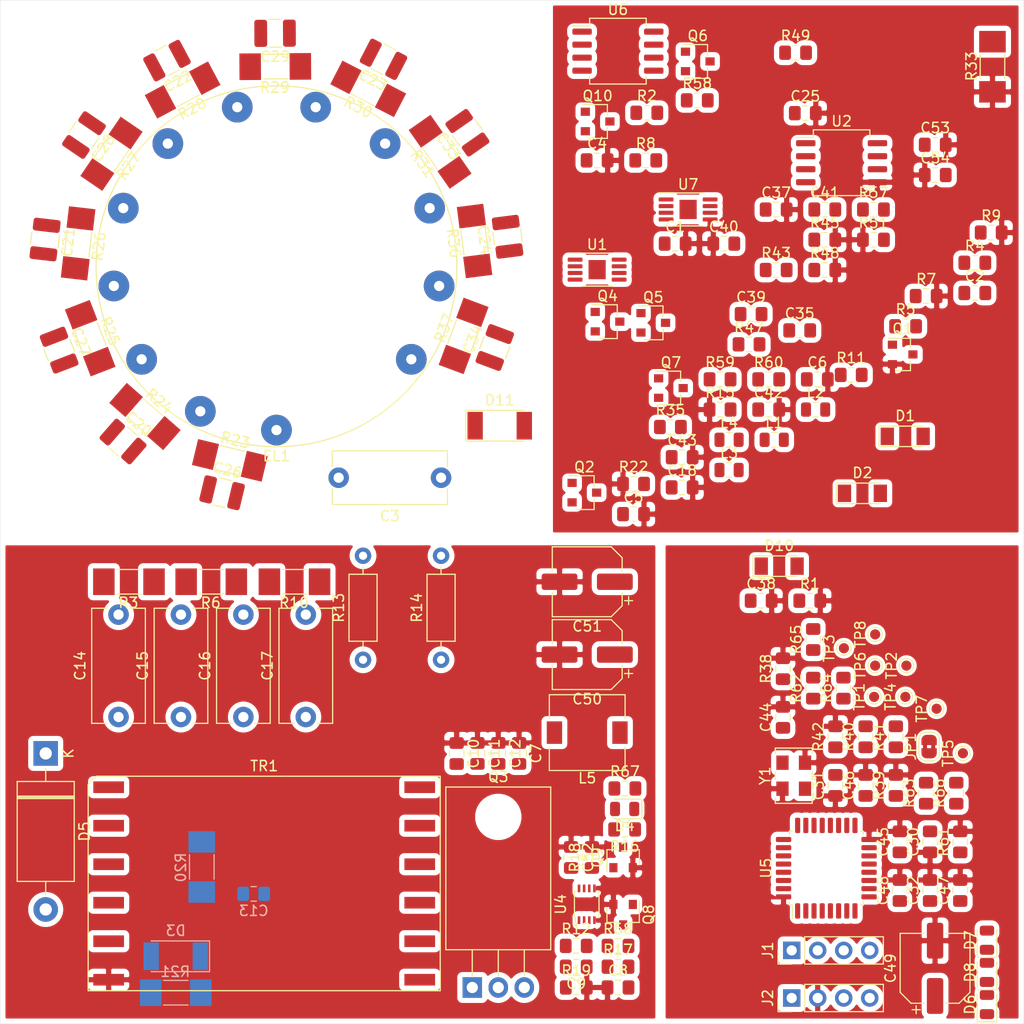
<source format=kicad_pcb>
(kicad_pcb (version 20171130) (host pcbnew "(5.1.6)-1")
  (layers (0 F.Cu signal) (31 B.Cu signal) (34 B.Paste user hide) (35 F.Paste user hide) (36 B.SilkS user hide) (37 F.SilkS user hide) (38 B.Mask user hide) (39 F.Mask user hide) (44 Edge.Cuts user hide))
  (net 0 "")
  (net 1 "Net-(D1-Pad2)")
  (net 2 "Net-(D1-Pad1)")
  (net 3 "Net-(Q1-Pad1)")
  (net 4 "Net-(TP2-Pad1)")
  (net 5 "Net-(TP3-Pad1)")
  (net 6 "Net-(TP4-Pad1)")
  (net 7 "Net-(TP5-Pad1)")
  (net 8 "Net-(TP6-Pad1)")
  (net 9 ANODE_OUTPUT)
  (net 10 "Net-(C20-Pad1)")
  (net 11 "Net-(C2-Pad2)")
  (net 12 "Net-(C22-Pad1)")
  (net 13 "Net-(C23-Pad1)")
  (net 14 "Net-(D8-Pad2)")
  (net 15 "Net-(Q3-Pad1)")
  (net 16 VCC)
  (net 17 "Net-(C14-Pad2)")
  (net 18 "Net-(C21-Pad1)")
  (net 19 "Net-(C24-Pad1)")
  (net 20 "Net-(D4-Pad1)")
  (net 21 "Net-(D6-Pad2)")
  (net 22 "Net-(C35-Pad1)")
  (net 23 "Net-(C15-Pad2)")
  (net 24 "Net-(C17-Pad2)")
  (net 25 "Net-(C38-Pad1)")
  (net 26 "Net-(C2-Pad1)")
  (net 27 "Net-(C8-Pad2)")
  (net 28 "Net-(C9-Pad2)")
  (net 29 "Net-(C13-Pad1)")
  (net 30 "Net-(C16-Pad2)")
  (net 31 "Net-(C20-Pad2)")
  (net 32 "Net-(C21-Pad2)")
  (net 33 "Net-(C22-Pad2)")
  (net 34 "Net-(C23-Pad2)")
  (net 35 "Net-(C24-Pad2)")
  (net 36 "Net-(C31-Pad2)")
  (net 37 CONTONOUS_MODE_OUTPUT)
  (net 38 "Net-(C37-Pad1)")
  (net 39 "Net-(C39-Pad1)")
  (net 40 "Net-(D10-Pad2)")
  (net 41 "Net-(Q5-Pad1)")
  (net 42 "Net-(Q6-Pad1)")
  (net 43 "Net-(R4-Pad2)")
  (net 44 "Net-(R17-Pad1)")
  (net 45 "Net-(R18-Pad1)")
  (net 46 "Net-(D5-Pad2)")
  (net 47 "Net-(Q3-Pad2)")
  (net 48 "Net-(C14-Pad1)")
  (net 49 "Net-(D3-Pad1)")
  (net 50 "Net-(R20-Pad2)")
  (net 51 "Net-(R12-Pad2)")
  (net 52 TUBE_POWER_SUPPLY_POSITIVE)
  (net 53 TUBE_POWER_SUPPLY_NEGATIVE)
  (net 54 "Net-(D10-Pad1)")
  (net 55 "Net-(C5-Pad1)")
  (net 56 "Net-(C6-Pad1)")
  (net 57 "Net-(C18-Pad1)")
  (net 58 "Net-(C42-Pad1)")
  (net 59 "Net-(C43-Pad1)")
  (net 60 "Net-(Q7-Pad1)")
  (net 61 "Net-(R35-Pad2)")
  (net 62 "Net-(R59-Pad2)")
  (net 63 analog_output)
  (net 64 "Net-(C30-Pad2)")
  (net 65 /DataProcessing/NRST)
  (net 66 "Net-(D6-Pad1)")
  (net 67 "Net-(D7-Pad2)")
  (net 68 "Net-(D7-Pad1)")
  (net 69 "Net-(D8-Pad1)")
  (net 70 "Net-(J1-Pad3)")
  (net 71 "Net-(J1-Pad2)")
  (net 72 "Net-(J2-Pad4)")
  (net 73 "Net-(J2-Pad3)")
  (net 74 "Net-(JP1-Pad2)")
  (net 75 /DataProcessing/USART_RX)
  (net 76 /DataProcessing/USART_TX)
  (net 77 /DataProcessing/SWDIO)
  (net 78 /DataProcessing/SWCLK)
  (net 79 SDA)
  (net 80 SCL)
  (net 81 CS_ESP)
  (net 82 +3V3)
  (net 83 "Net-(Q8-Pad3)")
  (net 84 HV_EN)
  (net 85 "Net-(Q9-Pad3)")
  (net 86 GND)
  (net 87 /HighVoltagePowerSupply/12V_HV_PowerSupply)
  (net 88 VEE)
  (net 89 "Net-(U2-Pad6)")
  (net 90 2ND_CHARGE_AMP_OUT)
  (net 91 "Net-(C4-Pad1)")
  (net 92 "Net-(Q10-Pad3)")
  (net 93 "Net-(Q10-Pad1)")
  (module Resistor_SMD:R_0805_2012Metric_Pad1.15x1.40mm_HandSolder (layer F.Cu) (at 88.062 105.664)
    (fp_text reference R8 (at 0 -1.65) (layer F.SilkS))
    (fp_text value 470R)
    (pad 2 smd roundrect (at 1.025 0) (size 1.15 1.4) (layers F.Cu F.Paste F.Mask) (roundrect_rratio 0.217391) (net 91 "Net-(C4-Pad1)"))
    (pad 1 smd roundrect (at -1.025 0) (size 1.15 1.4) (layers F.Cu F.Paste F.Mask) (roundrect_rratio 0.217391) (net 92 "Net-(Q10-Pad3)"))
  )
  (module Resistor_SMD:R_0805_2012Metric_Pad1.15x1.40mm_HandSolder (layer F.Cu) (at 88.162 101.014)
    (fp_text reference R2 (at 0 -1.65) (layer F.SilkS))
    (fp_text value 47R)
    (pad 2 smd roundrect (at 1.025 0) (size 1.15 1.4) (layers F.Cu F.Paste F.Mask) (roundrect_rratio 0.217391) (net 93 "Net-(Q10-Pad1)"))
    (pad 1 smd roundrect (at -1.025 0) (size 1.15 1.4) (layers F.Cu F.Paste F.Mask) (roundrect_rratio 0.217391) (net 88 VEE))
  )
  (module Package_TO_SOT_SMD:SC-59 (layer F.Cu) (at 83.362 101.864)
    (fp_text reference Q10 (at 0 -2.5) (layer F.SilkS))
    (fp_text value Q_NJFET_DGS)
    (pad 3 smd rect (at 1.2 0) (size 0.9 0.8) (layers F.Cu F.Paste F.Mask) (net 92 "Net-(Q10-Pad3)"))
    (pad 2 smd rect (at -1.2 0.95) (size 0.9 0.8) (layers F.Cu F.Paste F.Mask) (net 88 VEE))
    (pad 1 smd rect (at -1.2 -0.95) (size 0.9 0.8) (layers F.Cu F.Paste F.Mask) (net 93 "Net-(Q10-Pad1)"))
  )
  (module Capacitor_SMD:C_0805_2012Metric_Pad1.15x1.40mm_HandSolder (layer F.Cu) (at 83.312 105.664)
    (fp_text reference C4 (at 0 -1.65) (layer F.SilkS))
    (fp_text value 100n)
    (pad 2 smd roundrect (at 1.025 0) (size 1.15 1.4) (layers F.Cu F.Paste F.Mask) (roundrect_rratio 0.217391) (net 86 GND))
    (pad 1 smd roundrect (at -1.025 0) (size 1.15 1.4) (layers F.Cu F.Paste F.Mask) (roundrect_rratio 0.217391) (net 91 "Net-(C4-Pad1)"))
  )
  (module Package_SO:MSOP-8-1EP_3x3mm_P0.65mm_EP1.68x1.88mm (layer F.Cu) (at 83.312 116.332)
    (fp_text reference U1 (at 0 -2.45) (layer F.SilkS))
    (fp_text value Opamp_Dual_Generic)
    (pad 9 smd rect (at 0 0) (size 1.68 1.88) (layers F.Cu F.Mask))
    (pad 8 smd roundrect (at 2.15 -0.975) (size 1.45 0.4) (layers F.Cu F.Paste F.Mask))
    (pad 7 smd roundrect (at 2.15 -0.325) (size 1.45 0.4) (layers F.Cu F.Paste F.Mask))
    (pad 6 smd roundrect (at 2.15 0.325) (size 1.45 0.4) (layers F.Cu F.Paste F.Mask))
    (pad 5 smd roundrect (at 2.15 0.975) (size 1.45 0.4) (layers F.Cu F.Paste F.Mask))
    (pad 4 smd roundrect (at -2.15 0.975) (size 1.45 0.4) (layers F.Cu F.Paste F.Mask))
    (pad 3 smd roundrect (at -2.15 0.325) (size 1.45 0.4) (layers F.Cu F.Paste F.Mask) (net 62 "Net-(R59-Pad2)"))
    (pad 2 smd roundrect (at -2.15 -0.325) (size 1.45 0.4) (layers F.Cu F.Paste F.Mask) (net 61 "Net-(R35-Pad2)"))
    (pad 1 smd roundrect (at -2.15 -0.975) (size 1.45 0.4) (layers F.Cu F.Paste F.Mask) (net 63 analog_output))
  )
  (module Package_SO:SO-8_5.3x6.2mm_P1.27mm (layer F.Cu) (at 85.344 94.996)
    (fp_text reference U6 (at 0 -4.05) (layer F.SilkS))
    (fp_text value TL062)
    (pad 8 smd roundrect (at 3.5 -1.905) (size 1.9 0.6) (layers F.Cu F.Paste F.Mask))
    (pad 7 smd roundrect (at 3.5 -0.635) (size 1.9 0.6) (layers F.Cu F.Paste F.Mask) (net 43 "Net-(R4-Pad2)"))
    (pad 6 smd roundrect (at 3.5 0.635) (size 1.9 0.6) (layers F.Cu F.Paste F.Mask) (net 43 "Net-(R4-Pad2)"))
    (pad 5 smd roundrect (at 3.5 1.905) (size 1.9 0.6) (layers F.Cu F.Paste F.Mask) (net 11 "Net-(C2-Pad2)"))
    (pad 4 smd roundrect (at -3.5 1.905) (size 1.9 0.6) (layers F.Cu F.Paste F.Mask))
    (pad 3 smd roundrect (at -3.5 0.635) (size 1.9 0.6) (layers F.Cu F.Paste F.Mask) (net 63 analog_output))
    (pad 2 smd roundrect (at -3.5 -0.635) (size 1.9 0.6) (layers F.Cu F.Paste F.Mask) (net 1 "Net-(D1-Pad2)"))
    (pad 1 smd roundrect (at -3.5 -1.905) (size 1.9 0.6) (layers F.Cu F.Paste F.Mask) (net 2 "Net-(D1-Pad1)"))
  )
  (module Package_SO:SO-8_5.3x6.2mm_P1.27mm (layer F.Cu) (at 107.188 105.89)
    (fp_text reference U2 (at 0 -4.05) (layer F.SilkS))
    (fp_text value LM358)
    (pad 8 smd roundrect (at 3.5 -1.905) (size 1.9 0.6) (layers F.Cu F.Paste F.Mask) (net 16 VCC))
    (pad 7 smd roundrect (at 3.5 -0.635) (size 1.9 0.6) (layers F.Cu F.Paste F.Mask) (net 89 "Net-(U2-Pad6)"))
    (pad 6 smd roundrect (at 3.5 0.635) (size 1.9 0.6) (layers F.Cu F.Paste F.Mask) (net 89 "Net-(U2-Pad6)"))
    (pad 5 smd roundrect (at 3.5 1.905) (size 1.9 0.6) (layers F.Cu F.Paste F.Mask) (net 86 GND))
    (pad 4 smd roundrect (at -3.5 1.905) (size 1.9 0.6) (layers F.Cu F.Paste F.Mask) (net 88 VEE))
    (pad 3 smd roundrect (at -3.5 0.635) (size 1.9 0.6) (layers F.Cu F.Paste F.Mask) (net 25 "Net-(C38-Pad1)"))
    (pad 2 smd roundrect (at -3.5 -0.635) (size 1.9 0.6) (layers F.Cu F.Paste F.Mask) (net 38 "Net-(C37-Pad1)"))
    (pad 1 smd roundrect (at -3.5 -1.905) (size 1.9 0.6) (layers F.Cu F.Paste F.Mask) (net 54 "Net-(D10-Pad1)"))
  )
  (module Capacitor_SMD:C_0805_2012Metric_Pad1.15x1.40mm_HandSolder (layer F.Cu) (at 116.332 107.09)
    (fp_text reference C54 (at 0 -1.65) (layer F.SilkS))
    (fp_text value 100n)
    (pad 2 smd roundrect (at 1.025 0) (size 1.15 1.4) (layers F.Cu F.Paste F.Mask) (roundrect_rratio 0.217391) (net 88 VEE))
    (pad 1 smd roundrect (at -1.025 0) (size 1.15 1.4) (layers F.Cu F.Paste F.Mask) (roundrect_rratio 0.217391) (net 86 GND))
  )
  (module Capacitor_SMD:C_0805_2012Metric_Pad1.15x1.40mm_HandSolder (layer F.Cu) (at 116.332 104.14)
    (fp_text reference C53 (at 0 -1.65) (layer F.SilkS))
    (fp_text value 100n)
    (pad 2 smd roundrect (at 1.025 0) (size 1.15 1.4) (layers F.Cu F.Paste F.Mask) (roundrect_rratio 0.217391) (net 86 GND))
    (pad 1 smd roundrect (at -1.025 0) (size 1.15 1.4) (layers F.Cu F.Paste F.Mask) (roundrect_rratio 0.217391) (net 16 VCC))
  )
  (module Package_SO:MSOP-8-1EP_3x3mm_P0.65mm_EP1.68x1.88mm (layer F.Cu) (at 92.198 110.454)
    (fp_text reference U7 (at 0 -2.45) (layer F.SilkS))
    (fp_text value Opamp_Dual_Generic)
    (pad 9 smd rect (at 0 0) (size 1.68 1.88) (layers F.Cu F.Mask))
    (pad 8 smd roundrect (at 2.15 -0.975) (size 1.45 0.4) (layers F.Cu F.Paste F.Mask) (net 16 VCC))
    (pad 7 smd roundrect (at 2.15 -0.325) (size 1.45 0.4) (layers F.Cu F.Paste F.Mask) (net 90 2ND_CHARGE_AMP_OUT))
    (pad 6 smd roundrect (at 2.15 0.325) (size 1.45 0.4) (layers F.Cu F.Paste F.Mask) (net 39 "Net-(C39-Pad1)"))
    (pad 5 smd roundrect (at 2.15 0.975) (size 1.45 0.4) (layers F.Cu F.Paste F.Mask) (net 86 GND))
    (pad 4 smd roundrect (at -2.15 0.975) (size 1.45 0.4) (layers F.Cu F.Paste F.Mask) (net 88 VEE))
    (pad 3 smd roundrect (at -2.15 0.325) (size 1.45 0.4) (layers F.Cu F.Paste F.Mask) (net 86 GND))
    (pad 2 smd roundrect (at -2.15 -0.325) (size 1.45 0.4) (layers F.Cu F.Paste F.Mask) (net 9 ANODE_OUTPUT))
    (pad 1 smd roundrect (at -2.15 -0.975) (size 1.45 0.4) (layers F.Cu F.Paste F.Mask) (net 22 "Net-(C35-Pad1)"))
  )
  (module Capacitor_SMD:C_0805_2012Metric_Pad1.15x1.40mm_HandSolder (layer F.Cu) (at 95.682 113.792)
    (fp_text reference C40 (at 0 -1.65) (layer F.SilkS))
    (fp_text value 100n)
    (pad 2 smd roundrect (at 1.025 0) (size 1.15 1.4) (layers F.Cu F.Paste F.Mask) (roundrect_rratio 0.217391) (net 88 VEE))
    (pad 1 smd roundrect (at -1.025 0) (size 1.15 1.4) (layers F.Cu F.Paste F.Mask) (roundrect_rratio 0.217391) (net 86 GND))
  )
  (module Capacitor_SMD:C_0805_2012Metric_Pad1.15x1.40mm_HandSolder (layer F.Cu) (at 90.932 113.792)
    (fp_text reference C1 (at 0 -1.65) (layer F.SilkS))
    (fp_text value 100n)
    (pad 2 smd roundrect (at 1.025 0) (size 1.15 1.4) (layers F.Cu F.Paste F.Mask) (roundrect_rratio 0.217391) (net 86 GND))
    (pad 1 smd roundrect (at -1.025 0) (size 1.15 1.4) (layers F.Cu F.Paste F.Mask) (roundrect_rratio 0.217391) (net 16 VCC))
  )
  (module Capacitor_SMD:C_0805_2012Metric_Pad1.15x1.40mm_HandSolder (layer F.Cu) (at 80.772 173.736 270)
    (fp_text reference C52 (at 0 -1.65 90) (layer F.SilkS))
    (fp_text value 100n)
    (pad 2 smd roundrect (at 1.025 0 270) (size 1.15 1.4) (layers F.Cu F.Paste F.Mask) (roundrect_rratio 0.217391) (net 87 /HighVoltagePowerSupply/12V_HV_PowerSupply))
    (pad 1 smd roundrect (at -1.025 0 270) (size 1.15 1.4) (layers F.Cu F.Paste F.Mask) (roundrect_rratio 0.217391) (net 86 GND))
  )
  (module Package_TO_SOT_SMD:SOT-23 (layer F.Cu) (at 85.852 173.736 90)
    (fp_text reference Q9 (at 0 -2.5 90) (layer F.SilkS))
    (fp_text value Q_PMOS_GSD)
    (pad 3 smd rect (at 1 0 90) (size 0.9 0.8) (layers F.Cu F.Paste F.Mask) (net 85 "Net-(Q9-Pad3)"))
    (pad 2 smd rect (at -1 0.95 90) (size 0.9 0.8) (layers F.Cu F.Paste F.Mask) (net 86 GND))
    (pad 1 smd rect (at -1 -0.95 90) (size 0.9 0.8) (layers F.Cu F.Paste F.Mask) (net 84 HV_EN))
  )
  (module PhotomultiplierRadioactivityDetector:L_7.3x7.3_H3.5 (layer F.Cu) (at 82.344 161.544 180)
    (fp_text reference L5 (at 0 -4.45) (layer F.SilkS))
    (fp_text value L_Core_Ferrite)
    (pad 2 smd rect (at 3.2 0 180) (size 1.5 2.2) (layers F.Cu F.Paste F.Mask) (net 87 /HighVoltagePowerSupply/12V_HV_PowerSupply))
    (pad 1 smd rect (at -3.2 0 180) (size 1.5 2.2) (layers F.Cu F.Paste F.Mask) (net 16 VCC))
  )
  (module Resistor_SMD:R_0805_2012Metric_Pad1.15x1.40mm_HandSolder (layer F.Cu) (at 85.353 182.372)
    (fp_text reference R68 (at 0 -1.65) (layer F.SilkS))
    (fp_text value 10k)
    (pad 2 smd roundrect (at 1.025 0) (size 1.15 1.4) (layers F.Cu F.Paste F.Mask) (roundrect_rratio 0.217391) (net 83 "Net-(Q8-Pad3)"))
    (pad 1 smd roundrect (at -1.025 0) (size 1.15 1.4) (layers F.Cu F.Paste F.Mask) (roundrect_rratio 0.217391) (net 44 "Net-(R17-Pad1)"))
  )
  (module Resistor_SMD:R_0805_2012Metric_Pad1.15x1.40mm_HandSolder (layer F.Cu) (at 86.025 167)
    (fp_text reference R67 (at 0 -1.65) (layer F.SilkS))
    (fp_text value 10k)
    (pad 2 smd roundrect (at 1.025 0) (size 1.15 1.4) (layers F.Cu F.Paste F.Mask) (roundrect_rratio 0.217391) (net 83 "Net-(Q8-Pad3)"))
    (pad 1 smd roundrect (at -1.025 0) (size 1.15 1.4) (layers F.Cu F.Paste F.Mask) (roundrect_rratio 0.217391) (net 87 /HighVoltagePowerSupply/12V_HV_PowerSupply))
  )
  (module Package_TO_SOT_SMD:SOT-23 (layer F.Cu) (at 85.852 179.324 270)
    (fp_text reference Q8 (at 0 -2.5 90) (layer F.SilkS))
    (fp_text value Q_PMOS_GSD)
    (pad 3 smd rect (at 1 0 270) (size 0.9 0.8) (layers F.Cu F.Paste F.Mask) (net 83 "Net-(Q8-Pad3)"))
    (pad 2 smd rect (at -1 0.95 270) (size 0.9 0.8) (layers F.Cu F.Paste F.Mask) (net 86 GND))
    (pad 1 smd rect (at -1 -0.95 270) (size 0.9 0.8) (layers F.Cu F.Paste F.Mask) (net 84 HV_EN))
  )
  (module LED_SMD:LED_0805_2012Metric (layer F.Cu) (at 121.384 184.957 90)
    (fp_text reference D8 (at 0 -1.65 90) (layer F.SilkS))
    (fp_text value LED)
    (pad 2 smd roundrect (at 0.9375 0 90) (size 0.975 1.4) (layers F.Cu F.Paste F.Mask) (net 14 "Net-(D8-Pad2)"))
    (pad 1 smd roundrect (at -0.9375 0 90) (size 0.975 1.4) (layers F.Cu F.Paste F.Mask) (net 69 "Net-(D8-Pad1)"))
  )
  (module LED_SMD:LED_0805_2012Metric (layer F.Cu) (at 121.384 181.817 90)
    (fp_text reference D7 (at 0 -1.65 90) (layer F.SilkS))
    (fp_text value LED)
    (pad 2 smd roundrect (at 0.9375 0 90) (size 0.975 1.4) (layers F.Cu F.Paste F.Mask) (net 67 "Net-(D7-Pad2)"))
    (pad 1 smd roundrect (at -0.9375 0 90) (size 0.975 1.4) (layers F.Cu F.Paste F.Mask) (net 68 "Net-(D7-Pad1)"))
  )
  (module LED_SMD:LED_0805_2012Metric (layer F.Cu) (at 121.384 188.097 90)
    (fp_text reference D6 (at 0 -1.65 90) (layer F.SilkS))
    (fp_text value LED)
    (pad 2 smd roundrect (at 0.9375 0 90) (size 0.975 1.4) (layers F.Cu F.Paste F.Mask) (net 21 "Net-(D6-Pad2)"))
    (pad 1 smd roundrect (at -0.9375 0 90) (size 0.975 1.4) (layers F.Cu F.Paste F.Mask) (net 66 "Net-(D6-Pad1)"))
  )
  (module Capacitor_SMD:CP_Elec_6.3x5.8 (layer F.Cu) (at 82.344 146.812 180)
    (fp_text reference C51 (at 0 -4.35) (layer F.SilkS))
    (fp_text value 220u)
    (pad 2 smd roundrect (at 2.7 0 180) (size 3.5 1.6) (layers F.Cu F.Paste F.Mask) (roundrect_rratio 0.15625) (net 86 GND))
    (pad 1 smd roundrect (at -2.7 0 180) (size 3.5 1.6) (layers F.Cu F.Paste F.Mask) (roundrect_rratio 0.15625) (net 16 VCC))
  )
  (module Capacitor_SMD:CP_Elec_6.3x5.8 (layer F.Cu) (at 82.344 153.924 180)
    (fp_text reference C50 (at 0 -4.35) (layer F.SilkS))
    (fp_text value 220u)
    (pad 2 smd roundrect (at 2.7 0 180) (size 3.5 1.6) (layers F.Cu F.Paste F.Mask) (roundrect_rratio 0.15625) (net 86 GND))
    (pad 1 smd roundrect (at -2.7 0 180) (size 3.5 1.6) (layers F.Cu F.Paste F.Mask) (roundrect_rratio 0.15625) (net 16 VCC))
  )
  (module Resistor_THT:R_Axial_DIN0207_L6.3mm_D2.5mm_P10.16mm_Horizontal (layer F.Cu) (at 60.452 154.432 90)
    (fp_text reference R13 (at 5.08 -2.37 90) (layer F.SilkS))
    (fp_text value 150k)
    (pad 2 thru_hole oval (at 10.16 0 90) (size 1.6 1.6) (drill 0.8) (layers *.Cu *.Mask) (net 52 TUBE_POWER_SUPPLY_POSITIVE))
    (pad 1 thru_hole circle (at 0 0 90) (size 1.6 1.6) (drill 0.8) (layers *.Cu *.Mask) (net 24 "Net-(C17-Pad2)"))
  )
  (module Resistor_THT:R_Axial_DIN0207_L6.3mm_D2.5mm_P10.16mm_Horizontal (layer F.Cu) (at 68.072 154.432 90)
    (fp_text reference R14 (at 5.08 -2.37 90) (layer F.SilkS))
    (fp_text value 150k)
    (pad 2 thru_hole oval (at 10.16 0 90) (size 1.6 1.6) (drill 0.8) (layers *.Cu *.Mask) (net 53 TUBE_POWER_SUPPLY_NEGATIVE))
    (pad 1 thru_hole circle (at 0 0 90) (size 1.6 1.6) (drill 0.8) (layers *.Cu *.Mask) (net 48 "Net-(C14-Pad1)"))
  )
  (module Capacitor_THT:C_Disc_D11.0mm_W5.0mm_P10.00mm (layer F.Cu) (at 54.864 160.02 90)
    (fp_text reference C17 (at 5 -3.75 90) (layer F.SilkS))
    (fp_text value 10n/2kV)
    (pad 2 thru_hole circle (at 10 0 90) (size 2 2) (drill 1) (layers *.Cu *.Mask) (net 24 "Net-(C17-Pad2)"))
    (pad 1 thru_hole circle (at 0 0 90) (size 2 2) (drill 1) (layers *.Cu *.Mask) (net 48 "Net-(C14-Pad1)"))
  )
  (module Capacitor_THT:C_Disc_D11.0mm_W5.0mm_P10.00mm (layer F.Cu) (at 48.768 160.02 90)
    (fp_text reference C16 (at 5 -3.75 90) (layer F.SilkS))
    (fp_text value 10n/2kV)
    (pad 2 thru_hole circle (at 10 0 90) (size 2 2) (drill 1) (layers *.Cu *.Mask) (net 30 "Net-(C16-Pad2)"))
    (pad 1 thru_hole circle (at 0 0 90) (size 2 2) (drill 1) (layers *.Cu *.Mask) (net 48 "Net-(C14-Pad1)"))
  )
  (module Capacitor_THT:C_Disc_D11.0mm_W5.0mm_P10.00mm (layer F.Cu) (at 42.672 160.02 90)
    (fp_text reference C15 (at 5 -3.75 90) (layer F.SilkS))
    (fp_text value 10n/2kV)
    (pad 2 thru_hole circle (at 10 0 90) (size 2 2) (drill 1) (layers *.Cu *.Mask) (net 23 "Net-(C15-Pad2)"))
    (pad 1 thru_hole circle (at 0 0 90) (size 2 2) (drill 1) (layers *.Cu *.Mask) (net 48 "Net-(C14-Pad1)"))
  )
  (module Capacitor_THT:C_Disc_D11.0mm_W5.0mm_P10.00mm (layer F.Cu) (at 68.072 136.652 180)
    (fp_text reference C3 (at 5 -3.75) (layer F.SilkS))
    (fp_text value 10n/3kV)
    (pad 2 thru_hole circle (at 10 0 180) (size 2 2) (drill 1) (layers *.Cu *.Mask) (net 52 TUBE_POWER_SUPPLY_POSITIVE))
    (pad 1 thru_hole circle (at 0 0 180) (size 2 2) (drill 1) (layers *.Cu *.Mask) (net 53 TUBE_POWER_SUPPLY_NEGATIVE))
  )
  (module Capacitor_THT:C_Disc_D11.0mm_W5.0mm_P10.00mm (layer F.Cu) (at 36.576 160.02 90)
    (fp_text reference C14 (at 5 -3.75 90) (layer F.SilkS))
    (fp_text value 10n/2kV)
    (pad 2 thru_hole circle (at 10 0 90) (size 2 2) (drill 1) (layers *.Cu *.Mask) (net 17 "Net-(C14-Pad2)"))
    (pad 1 thru_hole circle (at 0 0 90) (size 2 2) (drill 1) (layers *.Cu *.Mask) (net 48 "Net-(C14-Pad1)"))
  )
  (module Oscillator:Oscillator_SMD_EuroQuartz_XO53-4Pin_5.0x3.2mm (layer F.Cu) (at 102.514 165.752 90)
    (fp_text reference Y1 (at 0 -2.8 90) (layer F.SilkS))
    (fp_text value 20MHz)
    (pad 4 smd rect (at -1.27 -1.1 90) (size 1.4 1.2) (layers F.Cu F.Paste F.Mask) (net 86 GND))
    (pad 3 smd rect (at 1.27 -1.1 90) (size 1.4 1.2) (layers F.Cu F.Paste F.Mask) (net 64 "Net-(C30-Pad2)"))
    (pad 2 smd rect (at 1.27 1.1 90) (size 1.4 1.2) (layers F.Cu F.Paste F.Mask) (net 86 GND))
    (pad 1 smd rect (at -1.27 1.1 90) (size 1.4 1.2) (layers F.Cu F.Paste F.Mask) (net 36 "Net-(C31-Pad2)"))
  )
  (module Package_QFP:LQFP-32_7x7mm_P0.8mm (layer F.Cu) (at 105.694 174.782 90)
    (fp_text reference U5 (at 0 -5.88 90) (layer F.SilkS))
    (fp_text value STM32F030K6Tx)
    (pad 32 smd roundrect (at -2.8 -4.175 90) (size 0.5 1.5) (layers F.Cu F.Paste F.Mask) (net 86 GND))
    (pad 31 smd roundrect (at -2 -4.175 90) (size 0.5 1.5) (layers F.Cu F.Paste F.Mask) (net 74 "Net-(JP1-Pad2)"))
    (pad 30 smd roundrect (at -1.2 -4.175 90) (size 0.5 1.5) (layers F.Cu F.Paste F.Mask) (net 75 /DataProcessing/USART_RX))
    (pad 29 smd roundrect (at -0.4 -4.175 90) (size 0.5 1.5) (layers F.Cu F.Paste F.Mask) (net 76 /DataProcessing/USART_TX))
    (pad 28 smd roundrect (at 0.4 -4.175 90) (size 0.5 1.5) (layers F.Cu F.Paste F.Mask) (net 14 "Net-(D8-Pad2)"))
    (pad 27 smd roundrect (at 1.2 -4.175 90) (size 0.5 1.5) (layers F.Cu F.Paste F.Mask) (net 67 "Net-(D7-Pad2)"))
    (pad 26 smd roundrect (at 2 -4.175 90) (size 0.5 1.5) (layers F.Cu F.Paste F.Mask) (net 21 "Net-(D6-Pad2)"))
    (pad 25 smd roundrect (at 2.8 -4.175 90) (size 0.5 1.5) (layers F.Cu F.Paste F.Mask) (net 8 "Net-(TP6-Pad1)"))
    (pad 24 smd roundrect (at 4.175 -2.8 90) (size 1.5 0.5) (layers F.Cu F.Paste F.Mask) (net 78 /DataProcessing/SWCLK))
    (pad 23 smd roundrect (at 4.175 -2 90) (size 1.5 0.5) (layers F.Cu F.Paste F.Mask) (net 77 /DataProcessing/SWDIO))
    (pad 22 smd roundrect (at 4.175 -1.2 90) (size 1.5 0.5) (layers F.Cu F.Paste F.Mask) (net 7 "Net-(TP5-Pad1)"))
    (pad 21 smd roundrect (at 4.175 -0.4 90) (size 1.5 0.5) (layers F.Cu F.Paste F.Mask) (net 6 "Net-(TP4-Pad1)"))
    (pad 20 smd roundrect (at 4.175 0.4 90) (size 1.5 0.5) (layers F.Cu F.Paste F.Mask) (net 79 SDA))
    (pad 19 smd roundrect (at 4.175 1.2 90) (size 1.5 0.5) (layers F.Cu F.Paste F.Mask) (net 80 SCL))
    (pad 18 smd roundrect (at 4.175 2 90) (size 1.5 0.5) (layers F.Cu F.Paste F.Mask) (net 5 "Net-(TP3-Pad1)"))
    (pad 17 smd roundrect (at 4.175 2.8 90) (size 1.5 0.5) (layers F.Cu F.Paste F.Mask) (net 82 +3V3))
    (pad 16 smd roundrect (at 2.8 4.175 90) (size 0.5 1.5) (layers F.Cu F.Paste F.Mask) (net 86 GND))
    (pad 15 smd roundrect (at 2 4.175 90) (size 0.5 1.5) (layers F.Cu F.Paste F.Mask) (net 81 CS_ESP))
    (pad 14 smd roundrect (at 1.2 4.175 90) (size 0.5 1.5) (layers F.Cu F.Paste F.Mask))
    (pad 13 smd roundrect (at 0.4 4.175 90) (size 0.5 1.5) (layers F.Cu F.Paste F.Mask))
    (pad 12 smd roundrect (at -0.4 4.175 90) (size 0.5 1.5) (layers F.Cu F.Paste F.Mask))
    (pad 11 smd roundrect (at -1.2 4.175 90) (size 0.5 1.5) (layers F.Cu F.Paste F.Mask))
    (pad 10 smd roundrect (at -2 4.175 90) (size 0.5 1.5) (layers F.Cu F.Paste F.Mask) (net 4 "Net-(TP2-Pad1)"))
    (pad 9 smd roundrect (at -2.8 4.175 90) (size 0.5 1.5) (layers F.Cu F.Paste F.Mask))
    (pad 8 smd roundrect (at -4.175 2.8 90) (size 1.5 0.5) (layers F.Cu F.Paste F.Mask))
    (pad 7 smd roundrect (at -4.175 2 90) (size 1.5 0.5) (layers F.Cu F.Paste F.Mask))
    (pad 6 smd roundrect (at -4.175 1.2 90) (size 1.5 0.5) (layers F.Cu F.Paste F.Mask) (net 84 HV_EN))
    (pad 5 smd roundrect (at -4.175 0.4 90) (size 1.5 0.5) (layers F.Cu F.Paste F.Mask) (net 82 +3V3))
    (pad 4 smd roundrect (at -4.175 -0.4 90) (size 1.5 0.5) (layers F.Cu F.Paste F.Mask) (net 65 /DataProcessing/NRST))
    (pad 3 smd roundrect (at -4.175 -1.2 90) (size 1.5 0.5) (layers F.Cu F.Paste F.Mask) (net 36 "Net-(C31-Pad2)"))
    (pad 2 smd roundrect (at -4.175 -2 90) (size 1.5 0.5) (layers F.Cu F.Paste F.Mask) (net 64 "Net-(C30-Pad2)"))
    (pad 1 smd roundrect (at -4.175 -2.8 90) (size 1.5 0.5) (layers F.Cu F.Paste F.Mask) (net 82 +3V3))
  )
  (module TestPoint:TestPoint_Pad_D1.0mm (layer F.Cu) (at 110.464 151.952 90)
    (fp_text reference TP8 (at 0 -1.448 90) (layer F.SilkS))
    (fp_text value TestPoint)
    (pad 1 smd circle (at 0 0 90) (size 1 1) (layers F.Cu F.Mask) (net 80 SCL))
  )
  (module TestPoint:TestPoint_Pad_D1.0mm (layer F.Cu) (at 116.464 159.212 90)
    (fp_text reference TP7 (at 0 -1.448 90) (layer F.SilkS))
    (fp_text value TestPoint)
    (pad 1 smd circle (at 0 0 90) (size 1 1) (layers F.Cu F.Mask) (net 79 SDA))
  )
  (module TestPoint:TestPoint_Pad_D1.0mm (layer F.Cu) (at 110.464 155.002 90)
    (fp_text reference TP6 (at 0 -1.448 90) (layer F.SilkS))
    (fp_text value TestPoint)
    (pad 1 smd circle (at 0 0 90) (size 1 1) (layers F.Cu F.Mask) (net 8 "Net-(TP6-Pad1)"))
  )
  (module TestPoint:TestPoint_Pad_D1.0mm (layer F.Cu) (at 119.034 163.562 90)
    (fp_text reference TP5 (at 0 -1.448 90) (layer F.SilkS))
    (fp_text value TestPoint)
    (pad 1 smd circle (at 0 0 90) (size 1 1) (layers F.Cu F.Mask) (net 7 "Net-(TP5-Pad1)"))
  )
  (module TestPoint:TestPoint_Pad_D1.0mm (layer F.Cu) (at 113.414 158.052 90)
    (fp_text reference TP4 (at 0 -1.448 90) (layer F.SilkS))
    (fp_text value TestPoint)
    (pad 1 smd circle (at 0 0 90) (size 1 1) (layers F.Cu F.Mask) (net 6 "Net-(TP4-Pad1)"))
  )
  (module TestPoint:TestPoint_Pad_D1.0mm (layer F.Cu) (at 107.414 153.302 90)
    (fp_text reference TP3 (at 0 -1.448 90) (layer F.SilkS))
    (fp_text value TestPoint)
    (pad 1 smd circle (at 0 0 90) (size 1 1) (layers F.Cu F.Mask) (net 5 "Net-(TP3-Pad1)"))
  )
  (module TestPoint:TestPoint_Pad_D1.0mm (layer F.Cu) (at 113.514 155.002 90)
    (fp_text reference TP2 (at 0 -1.448 90) (layer F.SilkS))
    (fp_text value TestPoint)
    (pad 1 smd circle (at 0 0 90) (size 1 1) (layers F.Cu F.Mask) (net 4 "Net-(TP2-Pad1)"))
  )
  (module TestPoint:TestPoint_Pad_D1.0mm (layer F.Cu) (at 110.364 158.052 90)
    (fp_text reference TP1 (at 0 -1.448 90) (layer F.SilkS))
    (fp_text value TestPoint)
    (pad 1 smd circle (at 0 0 90) (size 1 1) (layers F.Cu F.Mask) (net 81 CS_ESP))
  )
  (module Resistor_SMD:R_0805_2012Metric_Pad1.15x1.40mm_HandSolder (layer F.Cu) (at 118.384 167.462 90)
    (fp_text reference R66 (at 0 -1.65 90) (layer F.SilkS))
    (fp_text value 2k2)
    (pad 2 smd roundrect (at 1.025 0 90) (size 1.15 1.4) (layers F.Cu F.Paste F.Mask) (roundrect_rratio 0.217391) (net 80 SCL))
    (pad 1 smd roundrect (at -1.025 0 90) (size 1.15 1.4) (layers F.Cu F.Paste F.Mask) (roundrect_rratio 0.217391) (net 82 +3V3))
  )
  (module Resistor_SMD:R_0805_2012Metric_Pad1.15x1.40mm_HandSolder (layer F.Cu) (at 104.414 152.452 90)
    (fp_text reference R65 (at 0 -1.65 90) (layer F.SilkS))
    (fp_text value 2k2)
    (pad 2 smd roundrect (at 1.025 0 90) (size 1.15 1.4) (layers F.Cu F.Paste F.Mask) (roundrect_rratio 0.217391) (net 79 SDA))
    (pad 1 smd roundrect (at -1.025 0 90) (size 1.15 1.4) (layers F.Cu F.Paste F.Mask) (roundrect_rratio 0.217391) (net 82 +3V3))
  )
  (module Resistor_SMD:R_0805_2012Metric_Pad1.15x1.40mm_HandSolder (layer F.Cu) (at 107.364 157.202 90)
    (fp_text reference R64 (at 0 -1.65 90) (layer F.SilkS))
    (fp_text value 220R)
    (pad 2 smd roundrect (at 1.025 0 90) (size 1.15 1.4) (layers F.Cu F.Paste F.Mask) (roundrect_rratio 0.217391) (net 73 "Net-(J2-Pad3)"))
    (pad 1 smd roundrect (at -1.025 0 90) (size 1.15 1.4) (layers F.Cu F.Paste F.Mask) (roundrect_rratio 0.217391) (net 78 /DataProcessing/SWCLK))
  )
  (module Resistor_SMD:R_0805_2012Metric_Pad1.15x1.40mm_HandSolder (layer F.Cu) (at 115.434 167.462 90)
    (fp_text reference R63 (at 0 -1.65 90) (layer F.SilkS))
    (fp_text value 220R)
    (pad 2 smd roundrect (at 1.025 0 90) (size 1.15 1.4) (layers F.Cu F.Paste F.Mask) (roundrect_rratio 0.217391) (net 72 "Net-(J2-Pad4)"))
    (pad 1 smd roundrect (at -1.025 0 90) (size 1.15 1.4) (layers F.Cu F.Paste F.Mask) (roundrect_rratio 0.217391) (net 77 /DataProcessing/SWDIO))
  )
  (module Resistor_SMD:R_0805_2012Metric_Pad1.15x1.40mm_HandSolder (layer F.Cu) (at 104.414 157.202 90)
    (fp_text reference R62 (at 0 -1.65 90) (layer F.SilkS))
    (fp_text value 10k)
    (pad 2 smd roundrect (at 1.025 0 90) (size 1.15 1.4) (layers F.Cu F.Paste F.Mask) (roundrect_rratio 0.217391) (net 65 /DataProcessing/NRST))
    (pad 1 smd roundrect (at -1.025 0 90) (size 1.15 1.4) (layers F.Cu F.Paste F.Mask) (roundrect_rratio 0.217391) (net 82 +3V3))
  )
  (module Resistor_SMD:R_0805_2012Metric_Pad1.15x1.40mm_HandSolder (layer F.Cu) (at 118.774 172.212 90)
    (fp_text reference R61 (at 0 -1.65 90) (layer F.SilkS))
    (fp_text value 10k)
    (pad 2 smd roundrect (at 1.025 0 90) (size 1.15 1.4) (layers F.Cu F.Paste F.Mask) (roundrect_rratio 0.217391) (net 86 GND))
    (pad 1 smd roundrect (at -1.025 0 90) (size 1.15 1.4) (layers F.Cu F.Paste F.Mask) (roundrect_rratio 0.217391) (net 74 "Net-(JP1-Pad2)"))
  )
  (module Resistor_SMD:R_0805_2012Metric_Pad1.15x1.40mm_HandSolder (layer F.Cu) (at 106.584 161.952 90)
    (fp_text reference R42 (at 0 -1.65 90) (layer F.SilkS))
    (fp_text value 120R)
    (pad 2 smd roundrect (at 1.025 0 90) (size 1.15 1.4) (layers F.Cu F.Paste F.Mask) (roundrect_rratio 0.217391) (net 86 GND))
    (pad 1 smd roundrect (at -1.025 0 90) (size 1.15 1.4) (layers F.Cu F.Paste F.Mask) (roundrect_rratio 0.217391) (net 69 "Net-(D8-Pad1)"))
  )
  (module Resistor_SMD:R_0805_2012Metric_Pad1.15x1.40mm_HandSolder (layer F.Cu) (at 112.484 161.952 90)
    (fp_text reference R41 (at 0 -1.65 90) (layer F.SilkS))
    (fp_text value 10R)
    (pad 2 smd roundrect (at 1.025 0 90) (size 1.15 1.4) (layers F.Cu F.Paste F.Mask) (roundrect_rratio 0.217391) (net 71 "Net-(J1-Pad2)"))
    (pad 1 smd roundrect (at -1.025 0 90) (size 1.15 1.4) (layers F.Cu F.Paste F.Mask) (roundrect_rratio 0.217391) (net 76 /DataProcessing/USART_TX))
  )
  (module Resistor_SMD:R_0805_2012Metric_Pad1.15x1.40mm_HandSolder (layer F.Cu) (at 109.534 161.952 90)
    (fp_text reference R40 (at 0 -1.65 90) (layer F.SilkS))
    (fp_text value 10R)
    (pad 2 smd roundrect (at 1.025 0 90) (size 1.15 1.4) (layers F.Cu F.Paste F.Mask) (roundrect_rratio 0.217391) (net 70 "Net-(J1-Pad3)"))
    (pad 1 smd roundrect (at -1.025 0 90) (size 1.15 1.4) (layers F.Cu F.Paste F.Mask) (roundrect_rratio 0.217391) (net 75 /DataProcessing/USART_RX))
  )
  (module Resistor_SMD:R_0805_2012Metric_Pad1.15x1.40mm_HandSolder (layer F.Cu) (at 112.484 166.702 90)
    (fp_text reference R39 (at 0 -1.65 90) (layer F.SilkS))
    (fp_text value 120R)
    (pad 2 smd roundrect (at 1.025 0 90) (size 1.15 1.4) (layers F.Cu F.Paste F.Mask) (roundrect_rratio 0.217391) (net 86 GND))
    (pad 1 smd roundrect (at -1.025 0 90) (size 1.15 1.4) (layers F.Cu F.Paste F.Mask) (roundrect_rratio 0.217391) (net 68 "Net-(D7-Pad1)"))
  )
  (module Resistor_SMD:R_0805_2012Metric_Pad1.15x1.40mm_HandSolder (layer F.Cu) (at 101.464 155.302 90)
    (fp_text reference R38 (at 0 -1.65 90) (layer F.SilkS))
    (fp_text value 120R)
    (pad 2 smd roundrect (at 1.025 0 90) (size 1.15 1.4) (layers F.Cu F.Paste F.Mask) (roundrect_rratio 0.217391) (net 86 GND))
    (pad 1 smd roundrect (at -1.025 0 90) (size 1.15 1.4) (layers F.Cu F.Paste F.Mask) (roundrect_rratio 0.217391) (net 66 "Net-(D6-Pad1)"))
  )
  (module Jumper:SolderJumper-2_P1.3mm_Bridged2Bar_RoundedPad1.0x1.5mm (layer F.Cu) (at 115.734 162.912 90)
    (fp_text reference JP1 (at 0 -1.8 90) (layer F.SilkS))
    (fp_text value Jumper_NC_Small)
    (fp_poly (pts (xy -0.25 -0.6) (xy 0.25 -0.6) (xy 0.25 -0.2) (xy -0.25 -0.2)) (layer F.Cu) (width 0))
    (fp_poly (pts (xy -0.25 0.2) (xy 0.25 0.2) (xy 0.25 0.6) (xy -0.25 0.6)) (layer F.Cu) (width 0))
    (pad 1 smd custom (at -0.65 0 90) (size 1 0.5) (layers F.Cu F.Mask) (net 82 +3V3) (options (clearance outline) (anchor rect)) (primitives (gr_circle (center 0 0.25) (end 0.5 0.25) (width 0)) (gr_circle (center 0 -0.25) (end 0.5 -0.25) (width 0)) (gr_poly (pts (xy 0.5 0.75) (xy 0.5 -0.75) (xy 0 -0.75) (xy 0 0.75)) (width 0))))
    (pad 2 smd custom (at 0.65 0 90) (size 1 0.5) (layers F.Cu F.Mask) (net 74 "Net-(JP1-Pad2)") (options (clearance outline) (anchor rect)) (primitives (gr_circle (center 0 0.25) (end 0.5 0.25) (width 0)) (gr_circle (center 0 -0.25) (end 0.5 -0.25) (width 0)) (gr_poly (pts (xy -0.5 0.75) (xy -0.5 -0.75) (xy 0 -0.75) (xy 0 0.75)) (width 0))))
  )
  (module Connector_PinHeader_2.54mm:PinHeader_1x04_P2.54mm_Vertical (layer F.Cu) (at 102.314 187.462 90)
    (fp_text reference J2 (at 0 -2.33 90) (layer F.SilkS))
    (fp_text value Conn_01x04_Female)
    (pad 4 thru_hole oval (at 0 7.62 90) (size 1.7 1.7) (drill 1) (layers *.Cu *.Mask) (net 72 "Net-(J2-Pad4)"))
    (pad 3 thru_hole oval (at 0 5.08 90) (size 1.7 1.7) (drill 1) (layers *.Cu *.Mask) (net 73 "Net-(J2-Pad3)"))
    (pad 2 thru_hole oval (at 0 2.54 90) (size 1.7 1.7) (drill 1) (layers *.Cu *.Mask) (net 86 GND))
    (pad 1 thru_hole rect (at 0 0 90) (size 1.7 1.7) (drill 1) (layers *.Cu *.Mask) (net 65 /DataProcessing/NRST))
  )
  (module Connector_PinHeader_2.54mm:PinHeader_1x04_P2.54mm_Vertical (layer F.Cu) (at 102.314 182.812 90)
    (fp_text reference J1 (at 0 -2.33 90) (layer F.SilkS))
    (fp_text value Conn_01x04_Female)
    (pad 4 thru_hole oval (at 0 7.62 90) (size 1.7 1.7) (drill 1) (layers *.Cu *.Mask) (net 82 +3V3))
    (pad 3 thru_hole oval (at 0 5.08 90) (size 1.7 1.7) (drill 1) (layers *.Cu *.Mask) (net 70 "Net-(J1-Pad3)"))
    (pad 2 thru_hole oval (at 0 2.54 90) (size 1.7 1.7) (drill 1) (layers *.Cu *.Mask) (net 71 "Net-(J1-Pad2)"))
    (pad 1 thru_hole rect (at 0 0 90) (size 1.7 1.7) (drill 1) (layers *.Cu *.Mask))
  )
  (module Capacitor_SMD:CP_Elec_6.3x5.8 (layer F.Cu) (at 116.314 184.562 90)
    (fp_text reference C49 (at 0 -4.35 90) (layer F.SilkS))
    (fp_text value 220u)
    (pad 2 smd roundrect (at 2.7 0 90) (size 3.5 1.6) (layers F.Cu F.Paste F.Mask) (roundrect_rratio 0.15625) (net 86 GND))
    (pad 1 smd roundrect (at -2.7 0 90) (size 3.5 1.6) (layers F.Cu F.Paste F.Mask) (roundrect_rratio 0.15625) (net 82 +3V3))
  )
  (module Capacitor_SMD:C_0805_2012Metric_Pad1.15x1.40mm_HandSolder (layer F.Cu) (at 112.874 176.962 90)
    (fp_text reference C48 (at 0 -1.65 90) (layer F.SilkS))
    (fp_text value 100n)
    (pad 2 smd roundrect (at 1.025 0 90) (size 1.15 1.4) (layers F.Cu F.Paste F.Mask) (roundrect_rratio 0.217391) (net 86 GND))
    (pad 1 smd roundrect (at -1.025 0 90) (size 1.15 1.4) (layers F.Cu F.Paste F.Mask) (roundrect_rratio 0.217391) (net 82 +3V3))
  )
  (module Capacitor_SMD:C_0805_2012Metric_Pad1.15x1.40mm_HandSolder (layer F.Cu) (at 118.774 176.962 90)
    (fp_text reference C47 (at 0 -1.65 90) (layer F.SilkS))
    (fp_text value 100n)
    (pad 2 smd roundrect (at 1.025 0 90) (size 1.15 1.4) (layers F.Cu F.Paste F.Mask) (roundrect_rratio 0.217391) (net 86 GND))
    (pad 1 smd roundrect (at -1.025 0 90) (size 1.15 1.4) (layers F.Cu F.Paste F.Mask) (roundrect_rratio 0.217391) (net 82 +3V3))
  )
  (module Capacitor_SMD:C_0805_2012Metric_Pad1.15x1.40mm_HandSolder (layer F.Cu) (at 109.534 166.702 90)
    (fp_text reference C46 (at 0 -1.65 90) (layer F.SilkS))
    (fp_text value 100n)
    (pad 2 smd roundrect (at 1.025 0 90) (size 1.15 1.4) (layers F.Cu F.Paste F.Mask) (roundrect_rratio 0.217391) (net 86 GND))
    (pad 1 smd roundrect (at -1.025 0 90) (size 1.15 1.4) (layers F.Cu F.Paste F.Mask) (roundrect_rratio 0.217391) (net 82 +3V3))
  )
  (module Capacitor_SMD:C_0805_2012Metric_Pad1.15x1.40mm_HandSolder (layer F.Cu) (at 112.874 172.212 90)
    (fp_text reference C45 (at 0 -1.65 90) (layer F.SilkS))
    (fp_text value 100n)
    (pad 2 smd roundrect (at 1.025 0 90) (size 1.15 1.4) (layers F.Cu F.Paste F.Mask) (roundrect_rratio 0.217391) (net 86 GND))
    (pad 1 smd roundrect (at -1.025 0 90) (size 1.15 1.4) (layers F.Cu F.Paste F.Mask) (roundrect_rratio 0.217391) (net 65 /DataProcessing/NRST))
  )
  (module Capacitor_SMD:C_0805_2012Metric_Pad1.15x1.40mm_HandSolder (layer F.Cu) (at 101.464 160.052 90)
    (fp_text reference C44 (at 0 -1.65 90) (layer F.SilkS))
    (fp_text value 100n)
    (pad 2 smd roundrect (at 1.025 0 90) (size 1.15 1.4) (layers F.Cu F.Paste F.Mask) (roundrect_rratio 0.217391) (net 86 GND))
    (pad 1 smd roundrect (at -1.025 0 90) (size 1.15 1.4) (layers F.Cu F.Paste F.Mask) (roundrect_rratio 0.217391) (net 82 +3V3))
  )
  (module Capacitor_SMD:C_0805_2012Metric_Pad1.15x1.40mm_HandSolder (layer F.Cu) (at 115.824 176.962 90)
    (fp_text reference C32 (at 0 -1.65 90) (layer F.SilkS))
    (fp_text value 100n)
    (pad 2 smd roundrect (at 1.025 0 90) (size 1.15 1.4) (layers F.Cu F.Paste F.Mask) (roundrect_rratio 0.217391) (net 86 GND))
    (pad 1 smd roundrect (at -1.025 0 90) (size 1.15 1.4) (layers F.Cu F.Paste F.Mask) (roundrect_rratio 0.217391) (net 82 +3V3))
  )
  (module Capacitor_SMD:C_0805_2012Metric_Pad1.15x1.40mm_HandSolder (layer F.Cu) (at 106.584 166.702 90)
    (fp_text reference C31 (at 0 -1.65 90) (layer F.SilkS))
    (fp_text value 8p)
    (pad 2 smd roundrect (at 1.025 0 90) (size 1.15 1.4) (layers F.Cu F.Paste F.Mask) (roundrect_rratio 0.217391) (net 36 "Net-(C31-Pad2)"))
    (pad 1 smd roundrect (at -1.025 0 90) (size 1.15 1.4) (layers F.Cu F.Paste F.Mask) (roundrect_rratio 0.217391) (net 86 GND))
  )
  (module Capacitor_SMD:C_0805_2012Metric_Pad1.15x1.40mm_HandSolder (layer F.Cu) (at 115.824 172.212 90)
    (fp_text reference C30 (at 0 -1.65 90) (layer F.SilkS))
    (fp_text value 8p)
    (pad 2 smd roundrect (at 1.025 0 90) (size 1.15 1.4) (layers F.Cu F.Paste F.Mask) (roundrect_rratio 0.217391) (net 64 "Net-(C30-Pad2)"))
    (pad 1 smd roundrect (at -1.025 0 90) (size 1.15 1.4) (layers F.Cu F.Paste F.Mask) (roundrect_rratio 0.217391) (net 86 GND))
  )
  (module Resistor_SMD:R_0805_2012Metric_Pad1.15x1.40mm_HandSolder (layer F.Cu) (at 100.068 127.048)
    (fp_text reference R60 (at 0 -1.65) (layer F.SilkS))
    (fp_text value 10k)
    (pad 2 smd roundrect (at 1.025 0) (size 1.15 1.4) (layers F.Cu F.Paste F.Mask) (roundrect_rratio 0.217391) (net 63 analog_output))
    (pad 1 smd roundrect (at -1.025 0) (size 1.15 1.4) (layers F.Cu F.Paste F.Mask) (roundrect_rratio 0.217391) (net 61 "Net-(R35-Pad2)"))
  )
  (module Resistor_SMD:R_0805_2012Metric_Pad1.15x1.40mm_HandSolder (layer F.Cu) (at 95.318 127.048)
    (fp_text reference R59 (at 0 -1.65) (layer F.SilkS))
    (fp_text value 10k)
    (pad 2 smd roundrect (at 1.025 0) (size 1.15 1.4) (layers F.Cu F.Paste F.Mask) (roundrect_rratio 0.217391) (net 62 "Net-(R59-Pad2)"))
    (pad 1 smd roundrect (at -1.025 0) (size 1.15 1.4) (layers F.Cu F.Paste F.Mask) (roundrect_rratio 0.217391) (net 60 "Net-(Q7-Pad1)"))
  )
  (module Resistor_SMD:R_0805_2012Metric_Pad1.15x1.40mm_HandSolder (layer F.Cu) (at 90.468 131.698)
    (fp_text reference R35 (at 0 -1.65) (layer F.SilkS))
    (fp_text value 10k)
    (pad 2 smd roundrect (at 1.025 0) (size 1.15 1.4) (layers F.Cu F.Paste F.Mask) (roundrect_rratio 0.217391) (net 61 "Net-(R35-Pad2)"))
    (pad 1 smd roundrect (at -1.025 0) (size 1.15 1.4) (layers F.Cu F.Paste F.Mask) (roundrect_rratio 0.217391) (net 59 "Net-(C43-Pad1)"))
  )
  (module Resistor_SMD:R_0805_2012Metric_Pad1.15x1.40mm_HandSolder (layer F.Cu) (at 86.868 137.258)
    (fp_text reference R22 (at 0 -1.65) (layer F.SilkS))
    (fp_text value 10k)
    (pad 2 smd roundrect (at 1.025 0) (size 1.15 1.4) (layers F.Cu F.Paste F.Mask) (roundrect_rratio 0.217391) (net 60 "Net-(Q7-Pad1)"))
    (pad 1 smd roundrect (at -1.025 0) (size 1.15 1.4) (layers F.Cu F.Paste F.Mask) (roundrect_rratio 0.217391) (net 86 GND))
  )
  (module Resistor_SMD:R_0805_2012Metric_Pad1.15x1.40mm_HandSolder (layer F.Cu) (at 95.318 129.998)
    (fp_text reference R15 (at 0 -1.65) (layer F.SilkS))
    (fp_text value 10k)
    (pad 2 smd roundrect (at 1.025 0) (size 1.15 1.4) (layers F.Cu F.Paste F.Mask) (roundrect_rratio 0.217391) (net 55 "Net-(C5-Pad1)"))
    (pad 1 smd roundrect (at -1.025 0) (size 1.15 1.4) (layers F.Cu F.Paste F.Mask) (roundrect_rratio 0.217391) (net 86 GND))
  )
  (module Package_TO_SOT_SMD:SC-59 (layer F.Cu) (at 90.518 127.898)
    (fp_text reference Q7 (at 0 -2.5) (layer F.SilkS))
    (fp_text value Q_NJFET_DGS)
    (pad 3 smd rect (at 1.2 0) (size 0.9 0.8) (layers F.Cu F.Paste F.Mask) (net 16 VCC))
    (pad 2 smd rect (at -1.2 0.95) (size 0.9 0.8) (layers F.Cu F.Paste F.Mask))
    (pad 1 smd rect (at -1.2 -0.95) (size 0.9 0.8) (layers F.Cu F.Paste F.Mask) (net 60 "Net-(Q7-Pad1)"))
  )
  (module Package_TO_SOT_SMD:SC-59 (layer F.Cu) (at 82.068 138.108)
    (fp_text reference Q2 (at 0 -2.5) (layer F.SilkS))
    (fp_text value Q_NJFET_DGS)
    (pad 3 smd rect (at 1.2 0) (size 0.9 0.8) (layers F.Cu F.Paste F.Mask) (net 16 VCC))
    (pad 2 smd rect (at -1.2 0.95) (size 0.9 0.8) (layers F.Cu F.Paste F.Mask))
    (pad 1 smd rect (at -1.2 -0.95) (size 0.9 0.8) (layers F.Cu F.Paste F.Mask) (net 55 "Net-(C5-Pad1)"))
  )
  (module Inductor_SMD:L_0805_2012Metric (layer F.Cu) (at 96.198 132.948)
    (fp_text reference L4 (at 0 -1.65) (layer F.SilkS))
    (fp_text value L)
    (pad 2 smd roundrect (at 0.9375 0) (size 0.975 1.4) (layers F.Cu F.Paste F.Mask) (net 59 "Net-(C43-Pad1)"))
    (pad 1 smd roundrect (at -0.9375 0) (size 0.975 1.4) (layers F.Cu F.Paste F.Mask) (net 58 "Net-(C42-Pad1)"))
  )
  (module Inductor_SMD:L_0805_2012Metric (layer F.Cu) (at 96.198 135.898)
    (fp_text reference L3 (at 0 -1.65) (layer F.SilkS))
    (fp_text value L)
    (pad 2 smd roundrect (at 0.9375 0) (size 0.975 1.4) (layers F.Cu F.Paste F.Mask) (net 58 "Net-(C42-Pad1)"))
    (pad 1 smd roundrect (at -0.9375 0) (size 0.975 1.4) (layers F.Cu F.Paste F.Mask) (net 57 "Net-(C18-Pad1)"))
  )
  (module Inductor_SMD:L_0805_2012Metric (layer F.Cu) (at 104.648 129.998)
    (fp_text reference L2 (at 0 -1.65) (layer F.SilkS))
    (fp_text value L)
    (pad 2 smd roundrect (at 0.9375 0) (size 0.975 1.4) (layers F.Cu F.Paste F.Mask) (net 57 "Net-(C18-Pad1)"))
    (pad 1 smd roundrect (at -0.9375 0) (size 0.975 1.4) (layers F.Cu F.Paste F.Mask) (net 56 "Net-(C6-Pad1)"))
  )
  (module Inductor_SMD:L_0805_2012Metric (layer F.Cu) (at 100.608 132.948)
    (fp_text reference L1 (at 0 -1.65) (layer F.SilkS))
    (fp_text value L)
    (pad 2 smd roundrect (at 0.9375 0) (size 0.975 1.4) (layers F.Cu F.Paste F.Mask) (net 56 "Net-(C6-Pad1)"))
    (pad 1 smd roundrect (at -0.9375 0) (size 0.975 1.4) (layers F.Cu F.Paste F.Mask) (net 55 "Net-(C5-Pad1)"))
  )
  (module Capacitor_SMD:C_0805_2012Metric_Pad1.15x1.40mm_HandSolder (layer F.Cu) (at 91.618 134.648)
    (fp_text reference C43 (at 0 -1.65) (layer F.SilkS))
    (fp_text value 100n)
    (pad 2 smd roundrect (at 1.025 0) (size 1.15 1.4) (layers F.Cu F.Paste F.Mask) (roundrect_rratio 0.217391) (net 86 GND))
    (pad 1 smd roundrect (at -1.025 0) (size 1.15 1.4) (layers F.Cu F.Paste F.Mask) (roundrect_rratio 0.217391) (net 59 "Net-(C43-Pad1)"))
  )
  (module Capacitor_SMD:C_0805_2012Metric_Pad1.15x1.40mm_HandSolder (layer F.Cu) (at 100.068 129.998)
    (fp_text reference C42 (at 0 -1.65) (layer F.SilkS))
    (fp_text value 100n)
    (pad 2 smd roundrect (at 1.025 0) (size 1.15 1.4) (layers F.Cu F.Paste F.Mask) (roundrect_rratio 0.217391) (net 86 GND))
    (pad 1 smd roundrect (at -1.025 0) (size 1.15 1.4) (layers F.Cu F.Paste F.Mask) (roundrect_rratio 0.217391) (net 58 "Net-(C42-Pad1)"))
  )
  (module Capacitor_SMD:C_0805_2012Metric_Pad1.15x1.40mm_HandSolder (layer F.Cu) (at 91.618 137.598)
    (fp_text reference C18 (at 0 -1.65) (layer F.SilkS))
    (fp_text value 100n)
    (pad 2 smd roundrect (at 1.025 0) (size 1.15 1.4) (layers F.Cu F.Paste F.Mask) (roundrect_rratio 0.217391) (net 86 GND))
    (pad 1 smd roundrect (at -1.025 0) (size 1.15 1.4) (layers F.Cu F.Paste F.Mask) (roundrect_rratio 0.217391) (net 57 "Net-(C18-Pad1)"))
  )
  (module Capacitor_SMD:C_0805_2012Metric_Pad1.15x1.40mm_HandSolder (layer F.Cu) (at 104.818 127.048)
    (fp_text reference C6 (at 0 -1.65) (layer F.SilkS))
    (fp_text value 100n)
    (pad 2 smd roundrect (at 1.025 0) (size 1.15 1.4) (layers F.Cu F.Paste F.Mask) (roundrect_rratio 0.217391) (net 86 GND))
    (pad 1 smd roundrect (at -1.025 0) (size 1.15 1.4) (layers F.Cu F.Paste F.Mask) (roundrect_rratio 0.217391) (net 56 "Net-(C6-Pad1)"))
  )
  (module Capacitor_SMD:C_0805_2012Metric_Pad1.15x1.40mm_HandSolder (layer F.Cu) (at 86.868 140.208)
    (fp_text reference C5 (at 0 -1.65) (layer F.SilkS))
    (fp_text value 100n)
    (pad 2 smd roundrect (at 1.025 0) (size 1.15 1.4) (layers F.Cu F.Paste F.Mask) (roundrect_rratio 0.217391) (net 86 GND))
    (pad 1 smd roundrect (at -1.025 0) (size 1.15 1.4) (layers F.Cu F.Paste F.Mask) (roundrect_rratio 0.217391) (net 55 "Net-(C5-Pad1)"))
  )
  (module PhotomultiplierRadioactivityDetector:750311771 (layer F.Cu) (at 50.8 176.276 270)
    (fp_text reference TR1 (at -11.47 0) (layer F.SilkS))
    (fp_text value 750311771)
    (pad 6 smd rect (at 9.4 15.19 270) (size 1.14 3) (layers F.Cu F.Paste F.Mask) (net 86 GND))
    (pad 7 smd rect (at 9.4 -15.19 270) (size 1.14 3) (layers F.Cu F.Paste F.Mask))
    (pad 5 smd rect (at 5.64 15.19 270) (size 1.14 3) (layers F.Cu F.Paste F.Mask) (net 29 "Net-(C13-Pad1)"))
    (pad 8 smd rect (at 5.64 -15.19 270) (size 1.14 3) (layers F.Cu F.Paste F.Mask))
    (pad 4 smd rect (at 1.88 15.19 270) (size 1.14 3) (layers F.Cu F.Paste F.Mask) (net 46 "Net-(D5-Pad2)"))
    (pad 9 smd rect (at 1.88 -15.19 270) (size 1.14 3) (layers F.Cu F.Paste F.Mask) (net 47 "Net-(Q3-Pad2)"))
    (pad 3 smd rect (at -1.88 15.19 270) (size 1.14 3) (layers F.Cu F.Paste F.Mask))
    (pad 10 smd rect (at -1.88 -15.19 270) (size 1.14 3) (layers F.Cu F.Paste F.Mask))
    (pad 2 smd rect (at -5.64 15.19 270) (size 1.14 3) (layers F.Cu F.Paste F.Mask))
    (pad 11 smd rect (at -5.64 -15.19 270) (size 1.14 3) (layers F.Cu F.Paste F.Mask))
    (pad 1 smd rect (at -9.4 15.19 270) (size 1.14 3) (layers F.Cu F.Paste F.Mask) (net 48 "Net-(C14-Pad1)"))
    (pad 12 smd rect (at -9.4 -15.19 270) (size 1.14 3) (layers F.Cu F.Paste F.Mask) (net 87 /HighVoltagePowerSupply/12V_HV_PowerSupply))
  )
  (module Diode_THT:D_DO-27_P15.24mm_Horizontal (layer F.Cu) (at 29.464 163.576 270)
    (fp_text reference D5 (at 7.62 -3.785 90) (layer F.SilkS))
    (fp_text value D)
    (fp_text user K (at 0 -2.2 90) (layer F.SilkS))
    (pad 2 thru_hole oval (at 15.24 0 270) (size 2.4 2.4) (drill 1.2) (layers *.Cu *.Mask) (net 46 "Net-(D5-Pad2)"))
    (pad 1 thru_hole rect (at 0 0 270) (size 2.4 2.4) (drill 1.2) (layers *.Cu *.Mask) (net 17 "Net-(C14-Pad2)"))
  )
  (module Diode_SMD:D_MiniMELF (layer F.Cu) (at 101.092 145.288)
    (fp_text reference D10 (at 0 -2) (layer F.SilkS))
    (fp_text value D)
    (pad 2 smd rect (at 1.75 0) (size 1.3 1.7) (layers F.Cu F.Paste F.Mask) (net 40 "Net-(D10-Pad2)"))
    (pad 1 smd rect (at -1.75 0) (size 1.3 1.7) (layers F.Cu F.Paste F.Mask) (net 54 "Net-(D10-Pad1)"))
  )
  (module Resistor_SMD:R_0805_2012Metric_Pad1.15x1.40mm_HandSolder (layer F.Cu) (at 81.271 182.372)
    (fp_text reference R12 (at 0 -1.65) (layer F.SilkS))
    (fp_text value 0R)
    (pad 2 smd roundrect (at 1.025 0) (size 1.15 1.4) (layers F.Cu F.Paste F.Mask) (roundrect_rratio 0.217391) (net 51 "Net-(R12-Pad2)"))
    (pad 1 smd roundrect (at -1.025 0) (size 1.15 1.4) (layers F.Cu F.Paste F.Mask) (roundrect_rratio 0.217391) (net 28 "Net-(C9-Pad2)"))
  )
  (module Resistor_SMD:R_MELF_MMB-0207 (layer B.Cu) (at 42.164 186.944 180)
    (fp_text reference R21 (at 0.05 2.05) (layer B.SilkS) (effects (justify mirror)))
    (fp_text value 10k)
    (pad 2 smd rect (at 2.45 0 180) (size 2.1 2.6) (layers B.Cu B.Paste B.Mask) (net 86 GND))
    (pad 1 smd rect (at -2.45 0 180) (size 2.1 2.6) (layers B.Cu B.Paste B.Mask) (net 50 "Net-(R20-Pad2)"))
  )
  (module Resistor_SMD:R_MELF_MMB-0207 (layer B.Cu) (at 44.704 174.662 270)
    (fp_text reference R20 (at 0.05 2.05 270) (layer B.SilkS) (effects (justify mirror)))
    (fp_text value 10k)
    (pad 2 smd rect (at 2.45 0 270) (size 2.1 2.6) (layers B.Cu B.Paste B.Mask) (net 50 "Net-(R20-Pad2)"))
    (pad 1 smd rect (at -2.45 0 270) (size 2.1 2.6) (layers B.Cu B.Paste B.Mask) (net 49 "Net-(D3-Pad1)"))
  )
  (module Resistor_SMD:R_MELF_MMB-0207 (layer F.Cu) (at 53.758 146.812 180)
    (fp_text reference R10 (at 0.05 -2.05) (layer F.SilkS))
    (fp_text value 510R)
    (pad 2 smd rect (at 2.45 0 180) (size 2.1 2.6) (layers F.Cu F.Paste F.Mask) (net 30 "Net-(C16-Pad2)"))
    (pad 1 smd rect (at -2.45 0 180) (size 2.1 2.6) (layers F.Cu F.Paste F.Mask) (net 24 "Net-(C17-Pad2)"))
  )
  (module Resistor_SMD:R_MELF_MMB-0207 (layer F.Cu) (at 45.63 146.812 180)
    (fp_text reference R6 (at 0.05 -2.05) (layer F.SilkS))
    (fp_text value 510R)
    (pad 2 smd rect (at 2.45 0 180) (size 2.1 2.6) (layers F.Cu F.Paste F.Mask) (net 23 "Net-(C15-Pad2)"))
    (pad 1 smd rect (at -2.45 0 180) (size 2.1 2.6) (layers F.Cu F.Paste F.Mask) (net 30 "Net-(C16-Pad2)"))
  )
  (module Resistor_SMD:R_MELF_MMB-0207 (layer F.Cu) (at 37.592 146.812 180)
    (fp_text reference R3 (at 0.05 -2.05) (layer F.SilkS))
    (fp_text value 510R)
    (pad 2 smd rect (at 2.45 0 180) (size 2.1 2.6) (layers F.Cu F.Paste F.Mask) (net 17 "Net-(C14-Pad2)"))
    (pad 1 smd rect (at -2.45 0 180) (size 2.1 2.6) (layers F.Cu F.Paste F.Mask) (net 23 "Net-(C15-Pad2)"))
  )
  (module Capacitor_SMD:C_0805_2012Metric_Pad1.15x1.40mm_HandSolder (layer B.Cu) (at 49.775 177.292)
    (fp_text reference C13 (at 0 1.65) (layer B.SilkS) (effects (justify mirror)))
    (fp_text value 100p)
    (pad 2 smd roundrect (at 1.025 0) (size 1.15 1.4) (layers B.Cu B.Paste B.Mask) (roundrect_rratio 0.217391) (net 86 GND))
    (pad 1 smd roundrect (at -1.025 0) (size 1.15 1.4) (layers B.Cu B.Paste B.Mask) (roundrect_rratio 0.217391) (net 29 "Net-(C13-Pad1)"))
  )
  (module Diode_SMD:D_MELF (layer B.Cu) (at 42.164 183.388 180)
    (fp_text reference D3 (at 0 2.5) (layer B.SilkS) (effects (justify mirror)))
    (fp_text value D)
    (pad 2 smd rect (at 2.4 0 180) (size 1.5 2.7) (layers B.Cu B.Paste B.Mask) (net 29 "Net-(C13-Pad1)"))
    (pad 1 smd rect (at -2.4 0 180) (size 1.5 2.7) (layers B.Cu B.Paste B.Mask) (net 49 "Net-(D3-Pad1)"))
  )
  (module Resistor_SMD:R_0805_2012Metric_Pad1.15x1.40mm_HandSolder (layer F.Cu) (at 93.092 99.8)
    (fp_text reference R58 (at 0 -1.65) (layer F.SilkS))
    (fp_text value 47R)
    (pad 2 smd roundrect (at 1.025 0) (size 1.15 1.4) (layers F.Cu F.Paste F.Mask) (roundrect_rratio 0.217391) (net 42 "Net-(Q6-Pad1)"))
    (pad 1 smd roundrect (at -1.025 0) (size 1.15 1.4) (layers F.Cu F.Paste F.Mask) (roundrect_rratio 0.217391) (net 92 "Net-(Q10-Pad3)"))
  )
  (module Resistor_SMD:R_0805_2012Metric_Pad1.15x1.40mm_HandSolder (layer F.Cu) (at 110.296 110.466)
    (fp_text reference R57 (at 0 -1.65) (layer F.SilkS))
    (fp_text value 1M)
    (pad 2 smd roundrect (at 1.025 0) (size 1.15 1.4) (layers F.Cu F.Paste F.Mask) (roundrect_rratio 0.217391) (net 90 2ND_CHARGE_AMP_OUT))
    (pad 1 smd roundrect (at -1.025 0) (size 1.15 1.4) (layers F.Cu F.Paste F.Mask) (roundrect_rratio 0.217391) (net 39 "Net-(C39-Pad1)"))
  )
  (module Resistor_SMD:R_0805_2012Metric_Pad1.15x1.40mm_HandSolder (layer F.Cu) (at 110.296 113.416)
    (fp_text reference R51 (at 0 -1.65) (layer F.SilkS))
    (fp_text value 10k)
    (pad 2 smd roundrect (at 1.025 0) (size 1.15 1.4) (layers F.Cu F.Paste F.Mask) (roundrect_rratio 0.217391) (net 41 "Net-(Q5-Pad1)"))
    (pad 1 smd roundrect (at -1.025 0) (size 1.15 1.4) (layers F.Cu F.Paste F.Mask) (roundrect_rratio 0.217391) (net 86 GND))
  )
  (module Resistor_SMD:R_0805_2012Metric_Pad1.15x1.40mm_HandSolder (layer F.Cu) (at 102.692 95.15)
    (fp_text reference R49 (at 0 -1.65) (layer F.SilkS))
    (fp_text value 1k)
    (pad 2 smd roundrect (at 1.025 0) (size 1.15 1.4) (layers F.Cu F.Paste F.Mask) (roundrect_rratio 0.217391) (net 37 CONTONOUS_MODE_OUTPUT))
    (pad 1 smd roundrect (at -1.025 0) (size 1.15 1.4) (layers F.Cu F.Paste F.Mask) (roundrect_rratio 0.217391) (net 91 "Net-(C4-Pad1)"))
  )
  (module Resistor_SMD:R_0805_2012Metric_Pad1.15x1.40mm_HandSolder (layer F.Cu) (at 105.546 116.366)
    (fp_text reference R48 (at 0 -1.65) (layer F.SilkS))
    (fp_text value 1k)
    (pad 2 smd roundrect (at 1.025 0) (size 1.15 1.4) (layers F.Cu F.Paste F.Mask) (roundrect_rratio 0.217391) (net 86 GND))
    (pad 1 smd roundrect (at -1.025 0) (size 1.15 1.4) (layers F.Cu F.Paste F.Mask) (roundrect_rratio 0.217391) (net 39 "Net-(C39-Pad1)"))
  )
  (module Resistor_SMD:R_0805_2012Metric_Pad1.15x1.40mm_HandSolder (layer F.Cu) (at 98.146 123.626)
    (fp_text reference R47 (at 0 -1.65) (layer F.SilkS))
    (fp_text value 10k)
    (pad 2 smd roundrect (at 1.025 0) (size 1.15 1.4) (layers F.Cu F.Paste F.Mask) (roundrect_rratio 0.217391) (net 25 "Net-(C38-Pad1)"))
    (pad 1 smd roundrect (at -1.025 0) (size 1.15 1.4) (layers F.Cu F.Paste F.Mask) (roundrect_rratio 0.217391) (net 41 "Net-(Q5-Pad1)"))
  )
  (module Resistor_SMD:R_0805_2012Metric_Pad1.15x1.40mm_HandSolder (layer F.Cu) (at 105.546 113.416)
    (fp_text reference R45 (at 0 -1.65) (layer F.SilkS))
    (fp_text value 10k)
    (pad 2 smd roundrect (at 1.025 0) (size 1.15 1.4) (layers F.Cu F.Paste F.Mask) (roundrect_rratio 0.217391) (net 86 GND))
    (pad 1 smd roundrect (at -1.025 0) (size 1.15 1.4) (layers F.Cu F.Paste F.Mask) (roundrect_rratio 0.217391) (net 38 "Net-(C37-Pad1)"))
  )
  (module Resistor_SMD:R_0805_2012Metric_Pad1.15x1.40mm_HandSolder (layer F.Cu) (at 100.796 116.366)
    (fp_text reference R43 (at 0 -1.65) (layer F.SilkS))
    (fp_text value 10k)
    (pad 2 smd roundrect (at 1.025 0) (size 1.15 1.4) (layers F.Cu F.Paste F.Mask) (roundrect_rratio 0.217391) (net 38 "Net-(C37-Pad1)"))
    (pad 1 smd roundrect (at -1.025 0) (size 1.15 1.4) (layers F.Cu F.Paste F.Mask) (roundrect_rratio 0.217391) (net 16 VCC))
  )
  (module Resistor_SMD:R_0805_2012Metric_Pad1.15x1.40mm_HandSolder (layer F.Cu) (at 104.082 148.662)
    (fp_text reference R1 (at 0 -1.65) (layer F.SilkS))
    (fp_text value 470k)
    (pad 2 smd roundrect (at 1.025 0) (size 1.15 1.4) (layers F.Cu F.Paste F.Mask) (roundrect_rratio 0.217391) (net 86 GND))
    (pad 1 smd roundrect (at -1.025 0) (size 1.15 1.4) (layers F.Cu F.Paste F.Mask) (roundrect_rratio 0.217391) (net 40 "Net-(D10-Pad2)"))
  )
  (module Package_TO_SOT_SMD:SC-59 (layer F.Cu) (at 93.142 96)
    (fp_text reference Q6 (at 0 -2.5) (layer F.SilkS))
    (fp_text value Q_NJFET_DGS)
    (pad 3 smd rect (at 1.2 0) (size 0.9 0.8) (layers F.Cu F.Paste F.Mask) (net 16 VCC))
    (pad 2 smd rect (at -1.2 0.95) (size 0.9 0.8) (layers F.Cu F.Paste F.Mask) (net 9 ANODE_OUTPUT))
    (pad 1 smd rect (at -1.2 -0.95) (size 0.9 0.8) (layers F.Cu F.Paste F.Mask) (net 42 "Net-(Q6-Pad1)"))
  )
  (module Package_TO_SOT_SMD:SC-59 (layer F.Cu) (at 88.796 121.526)
    (fp_text reference Q5 (at 0 -2.5) (layer F.SilkS))
    (fp_text value Q_NJFET_DGS)
    (pad 3 smd rect (at 1.2 0) (size 0.9 0.8) (layers F.Cu F.Paste F.Mask) (net 16 VCC))
    (pad 2 smd rect (at -1.2 0.95) (size 0.9 0.8) (layers F.Cu F.Paste F.Mask) (net 22 "Net-(C35-Pad1)"))
    (pad 1 smd rect (at -1.2 -0.95) (size 0.9 0.8) (layers F.Cu F.Paste F.Mask) (net 41 "Net-(Q5-Pad1)"))
  )
  (module Package_TO_SOT_SMD:SC-59 (layer F.Cu) (at 84.328 121.412)
    (fp_text reference Q4 (at 0 -2.5) (layer F.SilkS))
    (fp_text value Q_NJFET_DGS)
    (pad 3 smd rect (at 1.2 0) (size 0.9 0.8) (layers F.Cu F.Paste F.Mask) (net 9 ANODE_OUTPUT))
    (pad 2 smd rect (at -1.2 0.95) (size 0.9 0.8) (layers F.Cu F.Paste F.Mask) (net 40 "Net-(D10-Pad2)"))
    (pad 1 smd rect (at -1.2 -0.95) (size 0.9 0.8) (layers F.Cu F.Paste F.Mask) (net 22 "Net-(C35-Pad1)"))
  )
  (module Diode_SMD:D_MELF (layer F.Cu) (at 73.8 131.572)
    (fp_text reference D11 (at 0 -2.5) (layer F.SilkS))
    (fp_text value 1n148)
    (pad 2 smd rect (at 2.4 0) (size 1.5 2.7) (layers F.Cu F.Paste F.Mask) (net 86 GND))
    (pad 1 smd rect (at -2.4 0) (size 1.5 2.7) (layers F.Cu F.Paste F.Mask) (net 9 ANODE_OUTPUT))
  )
  (module Capacitor_SMD:C_0805_2012Metric_Pad1.15x1.40mm_HandSolder (layer F.Cu) (at 105.546 110.466)
    (fp_text reference C41 (at 0 -1.65) (layer F.SilkS))
    (fp_text value 6p)
    (pad 2 smd roundrect (at 1.025 0) (size 1.15 1.4) (layers F.Cu F.Paste F.Mask) (roundrect_rratio 0.217391) (net 39 "Net-(C39-Pad1)"))
    (pad 1 smd roundrect (at -1.025 0) (size 1.15 1.4) (layers F.Cu F.Paste F.Mask) (roundrect_rratio 0.217391) (net 90 2ND_CHARGE_AMP_OUT))
  )
  (module Capacitor_SMD:C_0805_2012Metric_Pad1.15x1.40mm_HandSolder (layer F.Cu) (at 98.346 120.676)
    (fp_text reference C39 (at 0 -1.65) (layer F.SilkS))
    (fp_text value 100p)
    (pad 2 smd roundrect (at 1.025 0) (size 1.15 1.4) (layers F.Cu F.Paste F.Mask) (roundrect_rratio 0.217391) (net 22 "Net-(C35-Pad1)"))
    (pad 1 smd roundrect (at -1.025 0) (size 1.15 1.4) (layers F.Cu F.Paste F.Mask) (roundrect_rratio 0.217391) (net 39 "Net-(C39-Pad1)"))
  )
  (module Capacitor_SMD:C_0805_2012Metric_Pad1.15x1.40mm_HandSolder (layer F.Cu) (at 99.332 148.662)
    (fp_text reference C38 (at 0 -1.65) (layer F.SilkS))
    (fp_text value 100n)
    (pad 2 smd roundrect (at 1.025 0) (size 1.15 1.4) (layers F.Cu F.Paste F.Mask) (roundrect_rratio 0.217391) (net 86 GND))
    (pad 1 smd roundrect (at -1.025 0) (size 1.15 1.4) (layers F.Cu F.Paste F.Mask) (roundrect_rratio 0.217391) (net 25 "Net-(C38-Pad1)"))
  )
  (module Capacitor_SMD:C_0805_2012Metric_Pad1.15x1.40mm_HandSolder (layer F.Cu) (at 100.796 110.466)
    (fp_text reference C37 (at 0 -1.65) (layer F.SilkS))
    (fp_text value 100n)
    (pad 2 smd roundrect (at 1.025 0) (size 1.15 1.4) (layers F.Cu F.Paste F.Mask) (roundrect_rratio 0.217391) (net 86 GND))
    (pad 1 smd roundrect (at -1.025 0) (size 1.15 1.4) (layers F.Cu F.Paste F.Mask) (roundrect_rratio 0.217391) (net 38 "Net-(C37-Pad1)"))
  )
  (module Capacitor_SMD:C_0805_2012Metric_Pad1.15x1.40mm_HandSolder (layer F.Cu) (at 103.096 122.266)
    (fp_text reference C35 (at 0 -1.65) (layer F.SilkS))
    (fp_text value 2p2)
    (pad 2 smd roundrect (at 1.025 0) (size 1.15 1.4) (layers F.Cu F.Paste F.Mask) (roundrect_rratio 0.217391) (net 9 ANODE_OUTPUT))
    (pad 1 smd roundrect (at -1.025 0) (size 1.15 1.4) (layers F.Cu F.Paste F.Mask) (roundrect_rratio 0.217391) (net 22 "Net-(C35-Pad1)"))
  )
  (module Capacitor_SMD:C_0805_2012Metric_Pad1.15x1.40mm_HandSolder (layer F.Cu) (at 103.642 101.05)
    (fp_text reference C25 (at 0 -1.65) (layer F.SilkS))
    (fp_text value 47n)
    (pad 2 smd roundrect (at 1.025 0) (size 1.15 1.4) (layers F.Cu F.Paste F.Mask) (roundrect_rratio 0.217391) (net 86 GND))
    (pad 1 smd roundrect (at -1.025 0) (size 1.15 1.4) (layers F.Cu F.Paste F.Mask) (roundrect_rratio 0.217391) (net 37 CONTONOUS_MODE_OUTPUT))
  )
  (module Capacitor_SMD:C_1210_3225Metric (layer F.Cu) (at 29.399718 113.394282 263.4230769)
    (fp_text reference C21 (at 0 -2.28 83.42307692) (layer F.SilkS))
    (fp_text value 10n/3kV)
    (pad 2 smd roundrect (at 1.4 0 263.4230769) (size 1.25 2.65) (layers F.Cu F.Paste F.Mask) (roundrect_rratio 0.2) (net 32 "Net-(C21-Pad2)"))
    (pad 1 smd roundrect (at -1.4 0 263.4230769) (size 1.25 2.65) (layers F.Cu F.Paste F.Mask) (roundrect_rratio 0.2) (net 18 "Net-(C21-Pad1)"))
  )
  (module Capacitor_SMD:C_1210_3225Metric (layer F.Cu) (at 73.319969 123.938601 69.57692308)
    (fp_text reference C34 (at 0 -2.28 69.57692308) (layer F.SilkS))
    (fp_text value 10n/3kV)
    (pad 2 smd roundrect (at 1.4 0 69.57692308) (size 1.25 2.65) (layers F.Cu F.Paste F.Mask) (roundrect_rratio 0.2) (net 19 "Net-(C24-Pad1)"))
    (pad 1 smd roundrect (at -1.4 0 69.57692308) (size 1.25 2.65) (layers F.Cu F.Paste F.Mask) (roundrect_rratio 0.2) (net 86 GND))
  )
  (module Capacitor_SMD:C_1210_3225Metric (layer F.Cu) (at 70.644464 102.963648 124.9615385)
    (fp_text reference C33 (at 0 -2.28 124.9615385) (layer F.SilkS))
    (fp_text value 10n/3kV)
    (pad 2 smd roundrect (at 1.4 0 124.9615385) (size 1.25 2.65) (layers F.Cu F.Paste F.Mask) (roundrect_rratio 0.2) (net 13 "Net-(C23-Pad1)"))
    (pad 1 smd roundrect (at -1.4 0 124.9615385) (size 1.25 2.65) (layers F.Cu F.Paste F.Mask) (roundrect_rratio 0.2) (net 35 "Net-(C24-Pad2)"))
  )
  (module Capacitor_SMD:C_1210_3225Metric (layer F.Cu) (at 51.862556 93.250415 180.3461538)
    (fp_text reference C29 (at 0 -2.28 0.3461538462) (layer F.SilkS))
    (fp_text value 10n/3kV)
    (pad 2 smd roundrect (at 1.4 0 180.3461538) (size 1.25 2.65) (layers F.Cu F.Paste F.Mask) (roundrect_rratio 0.2) (net 12 "Net-(C22-Pad1)"))
    (pad 1 smd roundrect (at -1.4 0 180.3461538) (size 1.25 2.65) (layers F.Cu F.Paste F.Mask) (roundrect_rratio 0.2) (net 34 "Net-(C23-Pad2)"))
  )
  (module Capacitor_SMD:C_1210_3225Metric (layer F.Cu) (at 33.199381 103.189876 235.7307692)
    (fp_text reference C28 (at 0 -2.28 55.73076923) (layer F.SilkS))
    (fp_text value 10n/3kV)
    (pad 2 smd roundrect (at 1.4 0 235.7307692) (size 1.25 2.65) (layers F.Cu F.Paste F.Mask) (roundrect_rratio 0.2) (net 18 "Net-(C21-Pad1)"))
    (pad 1 smd roundrect (at -1.4 0 235.7307692) (size 1.25 2.65) (layers F.Cu F.Paste F.Mask) (roundrect_rratio 0.2) (net 33 "Net-(C22-Pad2)"))
  )
  (module Capacitor_SMD:C_1210_3225Metric (layer F.Cu) (at 30.777506 124.195626 291.1153846)
    (fp_text reference C27 (at 0 -2.28 111.1153846) (layer F.SilkS))
    (fp_text value 10n/3kV)
    (pad 2 smd roundrect (at 1.4 0 291.1153846) (size 1.25 2.65) (layers F.Cu F.Paste F.Mask) (roundrect_rratio 0.2) (net 10 "Net-(C20-Pad1)"))
    (pad 1 smd roundrect (at -1.4 0 291.1153846) (size 1.25 2.65) (layers F.Cu F.Paste F.Mask) (roundrect_rratio 0.2) (net 32 "Net-(C21-Pad2)"))
  )
  (module Capacitor_SMD:C_1210_3225Metric (layer F.Cu) (at 46.689117 138.121415 346.5)
    (fp_text reference C26 (at 0 -2.28 346.5) (layer F.SilkS))
    (fp_text value 10n/3kV)
    (pad 2 smd roundrect (at 1.4 0 346.5) (size 1.25 2.65) (layers F.Cu F.Paste F.Mask) (roundrect_rratio 0.2) (net 53 TUBE_POWER_SUPPLY_NEGATIVE))
    (pad 1 smd roundrect (at -1.4 0 346.5) (size 1.25 2.65) (layers F.Cu F.Paste F.Mask) (roundrect_rratio 0.2) (net 31 "Net-(C20-Pad2)"))
  )
  (module Capacitor_SMD:C_1210_3225Metric (layer F.Cu) (at 74.567147 113.121398 97.26923077)
    (fp_text reference C24 (at 0 -2.28 97.26923077) (layer F.SilkS))
    (fp_text value 10n/3kV)
    (pad 2 smd roundrect (at 1.4 0 97.26923077) (size 1.25 2.65) (layers F.Cu F.Paste F.Mask) (roundrect_rratio 0.2) (net 35 "Net-(C24-Pad2)"))
    (pad 1 smd roundrect (at -1.4 0 97.26923077) (size 1.25 2.65) (layers F.Cu F.Paste F.Mask) (roundrect_rratio 0.2) (net 19 "Net-(C24-Pad1)"))
  )
  (module Capacitor_SMD:C_1210_3225Metric (layer F.Cu) (at 62.450558 95.792369 152.6538462)
    (fp_text reference C23 (at 0 -2.28 -27.34615385) (layer F.SilkS))
    (fp_text value 10n/3kV)
    (pad 2 smd roundrect (at 1.4 0 152.6538462) (size 1.25 2.65) (layers F.Cu F.Paste F.Mask) (roundrect_rratio 0.2) (net 34 "Net-(C23-Pad2)"))
    (pad 1 smd roundrect (at -1.4 0 152.6538462) (size 1.25 2.65) (layers F.Cu F.Paste F.Mask) (roundrect_rratio 0.2) (net 13 "Net-(C23-Pad1)"))
  )
  (module Capacitor_SMD:C_1210_3225Metric (layer F.Cu) (at 41.30604 95.920116 208.0384615)
    (fp_text reference C22 (at 0 -2.28 28.03846154) (layer F.SilkS))
    (fp_text value 10n/3kV)
    (pad 2 smd roundrect (at 1.4 0 208.0384615) (size 1.25 2.65) (layers F.Cu F.Paste F.Mask) (roundrect_rratio 0.2) (net 33 "Net-(C22-Pad2)"))
    (pad 1 smd roundrect (at -1.4 0 208.0384615) (size 1.25 2.65) (layers F.Cu F.Paste F.Mask) (roundrect_rratio 0.2) (net 12 "Net-(C22-Pad1)"))
  )
  (module Capacitor_SMD:C_1210_3225Metric (layer F.Cu) (at 37.017113 133.11945 318.8076923)
    (fp_text reference C20 (at 0 -2.28 318.8076923) (layer F.SilkS))
    (fp_text value 10n/3kV)
    (pad 2 smd roundrect (at 1.4 0 318.8076923) (size 1.25 2.65) (layers F.Cu F.Paste F.Mask) (roundrect_rratio 0.2) (net 31 "Net-(C20-Pad2)"))
    (pad 1 smd roundrect (at -1.4 0 318.8076923) (size 1.25 2.65) (layers F.Cu F.Paste F.Mask) (roundrect_rratio 0.2) (net 10 "Net-(C20-Pad1)"))
  )
  (module Resistor_SMD:R_MELF_MMB-0207 (layer F.Cu) (at 121.92 96.52 90)
    (fp_text reference R33 (at 0.05 -2.05 270) (layer F.SilkS))
    (fp_text value 150k)
    (pad 2 smd rect (at 2.45 0 90) (size 2.1 2.6) (layers F.Cu F.Paste F.Mask) (net 9 ANODE_OUTPUT))
    (pad 1 smd rect (at -2.45 0 90) (size 2.1 2.6) (layers F.Cu F.Paste F.Mask) (net 86 GND))
  )
  (module Resistor_SMD:R_MELF_MMB-0207 (layer F.Cu) (at 70.274259 122.804515 69.57692308)
    (fp_text reference R37 (at 0.05 -2.05 69.57692308) (layer F.SilkS))
    (fp_text value 1M)
    (pad 2 smd rect (at 2.45 0 69.57692308) (size 2.1 2.6) (layers F.Cu F.Paste F.Mask) (net 19 "Net-(C24-Pad1)"))
    (pad 1 smd rect (at -2.45 0 69.57692308) (size 2.1 2.6) (layers F.Cu F.Paste F.Mask) (net 86 GND))
  )
  (module Resistor_SMD:R_MELF_MMB-0207 (layer F.Cu) (at 71.343269 113.532627 97.26923077)
    (fp_text reference R36 (at 0.05 -2.05 97.26923077) (layer F.SilkS))
    (fp_text value 1M)
    (pad 2 smd rect (at 2.45 0 97.26923077) (size 2.1 2.6) (layers F.Cu F.Paste F.Mask) (net 35 "Net-(C24-Pad2)"))
    (pad 1 smd rect (at -2.45 0 97.26923077) (size 2.1 2.6) (layers F.Cu F.Paste F.Mask) (net 19 "Net-(C24-Pad1)"))
  )
  (module Resistor_SMD:R_MELF_MMB-0207 (layer F.Cu) (at 67.980969 104.825984 124.9615385)
    (fp_text reference R31 (at 0.05 -2.05 -55.03846148) (layer F.SilkS))
    (fp_text value 1M)
    (pad 2 smd rect (at 2.45 0 124.9615385) (size 2.1 2.6) (layers F.Cu F.Paste F.Mask) (net 13 "Net-(C23-Pad1)"))
    (pad 1 smd rect (at -2.45 0 124.9615385) (size 2.1 2.6) (layers F.Cu F.Paste F.Mask) (net 35 "Net-(C24-Pad2)"))
  )
  (module Resistor_SMD:R_MELF_MMB-0207 (layer F.Cu) (at 60.957621 98.679174 152.6538462)
    (fp_text reference R30 (at 0.05 -2.05 -27.3461539) (layer F.SilkS))
    (fp_text value 1M)
    (pad 2 smd rect (at 2.45 0 152.6538462) (size 2.1 2.6) (layers F.Cu F.Paste F.Mask) (net 34 "Net-(C23-Pad2)"))
    (pad 1 smd rect (at -2.45 0 152.6538462) (size 2.1 2.6) (layers F.Cu F.Paste F.Mask) (net 13 "Net-(C23-Pad1)"))
  )
  (module Resistor_SMD:R_MELF_MMB-0207 (layer F.Cu) (at 51.88219 96.500355 180.3461538)
    (fp_text reference R29 (at 0.05 -2.05 0.3461539924) (layer F.SilkS))
    (fp_text value 150k)
    (pad 2 smd rect (at 2.45 0 180.3461538) (size 2.1 2.6) (layers F.Cu F.Paste F.Mask) (net 12 "Net-(C22-Pad1)"))
    (pad 1 smd rect (at -2.45 0 180.3461538) (size 2.1 2.6) (layers F.Cu F.Paste F.Mask) (net 34 "Net-(C23-Pad2)"))
  )
  (module Resistor_SMD:R_MELF_MMB-0207 (layer F.Cu) (at 42.833748 98.788671 208.0384615)
    (fp_text reference R28 (at 0.05 -2.05 28.03846168) (layer F.SilkS))
    (fp_text value 1M)
    (pad 2 smd rect (at 2.45 0 208.0384615) (size 2.1 2.6) (layers F.Cu F.Paste F.Mask) (net 33 "Net-(C22-Pad2)"))
    (pad 1 smd rect (at -2.45 0 208.0384615) (size 2.1 2.6) (layers F.Cu F.Paste F.Mask) (net 12 "Net-(C22-Pad1)"))
  )
  (module Resistor_SMD:R_MELF_MMB-0207 (layer F.Cu) (at 35.885184 105.019894 235.7307692)
    (fp_text reference R27 (at 0.05 -2.05 55.73076936) (layer F.SilkS))
    (fp_text value 1M)
    (pad 2 smd rect (at 2.45 0 235.7307692) (size 2.1 2.6) (layers F.Cu F.Paste F.Mask) (net 18 "Net-(C21-Pad1)"))
    (pad 1 smd rect (at -2.45 0 235.7307692) (size 2.1 2.6) (layers F.Cu F.Paste F.Mask) (net 33 "Net-(C22-Pad2)"))
  )
  (module Resistor_SMD:R_MELF_MMB-0207 (layer F.Cu) (at 32.628329 113.766527 263.4230769)
    (fp_text reference R26 (at 0.05 -2.05 83.42307704) (layer F.SilkS))
    (fp_text value 1M)
    (pad 2 smd rect (at 2.45 0 263.4230769) (size 2.1 2.6) (layers F.Cu F.Paste F.Mask) (net 32 "Net-(C21-Pad2)"))
    (pad 1 smd rect (at -2.45 0 263.4230769) (size 2.1 2.6) (layers F.Cu F.Paste F.Mask) (net 18 "Net-(C21-Pad1)"))
  )
  (module Resistor_SMD:R_MELF_MMB-0207 (layer F.Cu) (at 33.809291 123.024822 291.1153846)
    (fp_text reference R25 (at 0.05 -2.05 111.1153847) (layer F.SilkS))
    (fp_text value 1M)
    (pad 2 smd rect (at 2.45 0 291.1153846) (size 2.1 2.6) (layers F.Cu F.Paste F.Mask) (net 10 "Net-(C20-Pad1)"))
    (pad 1 smd rect (at -2.45 0 291.1153846) (size 2.1 2.6) (layers F.Cu F.Paste F.Mask) (net 32 "Net-(C21-Pad2)"))
  )
  (module Resistor_SMD:R_MELF_MMB-0207 (layer F.Cu) (at 39.157525 130.673815 318.8076923)
    (fp_text reference R24 (at 0.05 -2.05 318.8076923) (layer F.SilkS))
    (fp_text value 1M)
    (pad 2 smd rect (at 2.45 0 318.8076923) (size 2.1 2.6) (layers F.Cu F.Paste F.Mask) (net 31 "Net-(C20-Pad2)"))
    (pad 1 smd rect (at -2.45 0 318.8076923) (size 2.1 2.6) (layers F.Cu F.Paste F.Mask) (net 10 "Net-(C20-Pad1)"))
  )
  (module Resistor_SMD:R_MELF_MMB-0207 (layer F.Cu) (at 47.447815 134.961213 346.5)
    (fp_text reference R23 (at 0.05 -2.05 346.5) (layer F.SilkS))
    (fp_text value 1M)
    (pad 2 smd rect (at 2.45 0 346.5) (size 2.1 2.6) (layers F.Cu F.Paste F.Mask) (net 53 TUBE_POWER_SUPPLY_NEGATIVE))
    (pad 1 smd rect (at -2.45 0 346.5) (size 2.1 2.6) (layers F.Cu F.Paste F.Mask) (net 31 "Net-(C20-Pad2)"))
  )
  (module PhotomultiplierRadioactivityDetector:PhotomultiplierGeneric (layer F.Cu) (at 52 116 180)
    (fp_text reference EL1 (at 0 -18.545) (layer F.SilkS))
    (fp_text value Photomultiplier)
    (pad 12 thru_hole oval (at -13.167741 -9.089035 180) (size 3 3) (drill 1) (layers *.Cu *.Mask) (net 9 ANODE_OUTPUT))
    (pad 11 thru_hole oval (at -15.883341 -1.928586 180) (size 3 3) (drill 1) (layers *.Cu *.Mask) (net 19 "Net-(C24-Pad1)"))
    (pad 10 thru_hole oval (at -14.960259 5.673678 180) (size 3 3) (drill 1) (layers *.Cu *.Mask) (net 35 "Net-(C24-Pad2)"))
    (pad 9 thru_hole oval (at -10.609962 11.976171 180) (size 3 3) (drill 1) (layers *.Cu *.Mask) (net 13 "Net-(C23-Pad1)"))
    (pad 8 thru_hole oval (at -3.82905 15.535069 180) (size 3 3) (drill 1) (layers *.Cu *.Mask) (net 34 "Net-(C23-Pad2)"))
    (pad 7 thru_hole oval (at 3.82905 15.535069 180) (size 3 3) (drill 1) (layers *.Cu *.Mask) (net 12 "Net-(C22-Pad1)"))
    (pad 6 thru_hole oval (at 10.609962 11.976171 180) (size 3 3) (drill 1) (layers *.Cu *.Mask) (net 33 "Net-(C22-Pad2)"))
    (pad 5 thru_hole oval (at 14.960259 5.673678 180) (size 3 3) (drill 1) (layers *.Cu *.Mask) (net 18 "Net-(C21-Pad1)"))
    (pad 4 thru_hole oval (at 15.883341 -1.928586 180) (size 3 3) (drill 1) (layers *.Cu *.Mask) (net 32 "Net-(C21-Pad2)"))
    (pad 3 thru_hole oval (at 13.167741 -9.089035 180) (size 3 3) (drill 1) (layers *.Cu *.Mask) (net 10 "Net-(C20-Pad1)"))
    (pad 2 thru_hole oval (at 7.43557 -14.167296 180) (size 3 3) (drill 1) (layers *.Cu *.Mask) (net 31 "Net-(C20-Pad2)"))
    (pad 1 thru_hole oval (at 0 -16 180) (size 3 3) (drill 1) (layers *.Cu *.Mask) (net 53 TUBE_POWER_SUPPLY_NEGATIVE))
  )
  (module Capacitor_SMD:C_0805_2012Metric_Pad1.15x1.40mm_HandSolder (layer F.Cu) (at 71.628 163.576 270)
    (fp_text reference C11 (at 0 -1.65 90) (layer F.SilkS))
    (fp_text value 100n)
    (pad 2 smd roundrect (at 1.025 0 270) (size 1.15 1.4) (layers F.Cu F.Paste F.Mask) (roundrect_rratio 0.217391) (net 87 /HighVoltagePowerSupply/12V_HV_PowerSupply))
    (pad 1 smd roundrect (at -1.025 0 270) (size 1.15 1.4) (layers F.Cu F.Paste F.Mask) (roundrect_rratio 0.217391) (net 86 GND))
  )
  (module Capacitor_SMD:C_0805_2012Metric_Pad1.15x1.40mm_HandSolder (layer F.Cu) (at 69.596 163.585 270)
    (fp_text reference C10 (at 0 -1.65 90) (layer F.SilkS))
    (fp_text value 100n)
    (pad 2 smd roundrect (at 1.025 0 270) (size 1.15 1.4) (layers F.Cu F.Paste F.Mask) (roundrect_rratio 0.217391) (net 87 /HighVoltagePowerSupply/12V_HV_PowerSupply))
    (pad 1 smd roundrect (at -1.025 0 270) (size 1.15 1.4) (layers F.Cu F.Paste F.Mask) (roundrect_rratio 0.217391) (net 86 GND))
  )
  (module Resistor_SMD:R_0805_2012Metric_Pad1.15x1.40mm_HandSolder (layer F.Cu) (at 81.28 186.436)
    (fp_text reference R19 (at 0 -1.65) (layer F.SilkS))
    (fp_text value 10k)
    (pad 2 smd roundrect (at 1.025 0) (size 1.15 1.4) (layers F.Cu F.Paste F.Mask) (roundrect_rratio 0.217391) (net 86 GND))
    (pad 1 smd roundrect (at -1.025 0) (size 1.15 1.4) (layers F.Cu F.Paste F.Mask) (roundrect_rratio 0.217391) (net 28 "Net-(C9-Pad2)"))
  )
  (module Resistor_SMD:R_0805_2012Metric_Pad1.15x1.40mm_HandSolder (layer F.Cu) (at 82.804 173.736 90)
    (fp_text reference R18 (at 0 -1.65 90) (layer F.SilkS))
    (fp_text value 10k)
    (pad 2 smd roundrect (at 1.025 0 90) (size 1.15 1.4) (layers F.Cu F.Paste F.Mask) (roundrect_rratio 0.217391) (net 86 GND))
    (pad 1 smd roundrect (at -1.025 0 90) (size 1.15 1.4) (layers F.Cu F.Paste F.Mask) (roundrect_rratio 0.217391) (net 45 "Net-(R18-Pad1)"))
  )
  (module Resistor_SMD:R_0805_2012Metric_Pad1.15x1.40mm_HandSolder (layer F.Cu) (at 85.353 184.404)
    (fp_text reference R17 (at 0 -1.65) (layer F.SilkS))
    (fp_text value 10k)
    (pad 2 smd roundrect (at 1.025 0) (size 1.15 1.4) (layers F.Cu F.Paste F.Mask) (roundrect_rratio 0.217391) (net 27 "Net-(C8-Pad2)"))
    (pad 1 smd roundrect (at -1.025 0) (size 1.15 1.4) (layers F.Cu F.Paste F.Mask) (roundrect_rratio 0.217391) (net 44 "Net-(R17-Pad1)"))
  )
  (module Resistor_SMD:R_0805_2012Metric_Pad1.15x1.40mm_HandSolder (layer F.Cu) (at 86 171 180)
    (fp_text reference R16 (at 0 -1.65) (layer F.SilkS))
    (fp_text value 1k)
    (pad 2 smd roundrect (at 1.025 0 180) (size 1.15 1.4) (layers F.Cu F.Paste F.Mask) (roundrect_rratio 0.217391) (net 85 "Net-(Q9-Pad3)"))
    (pad 1 smd roundrect (at -1.025 0 180) (size 1.15 1.4) (layers F.Cu F.Paste F.Mask) (roundrect_rratio 0.217391) (net 20 "Net-(D4-Pad1)"))
  )
  (module Capacitor_SMD:C_0805_2012Metric_Pad1.15x1.40mm_HandSolder (layer F.Cu) (at 73.66 163.576 270)
    (fp_text reference C12 (at 0 -1.65 90) (layer F.SilkS))
    (fp_text value 100n)
    (pad 2 smd roundrect (at 1.025 0 270) (size 1.15 1.4) (layers F.Cu F.Paste F.Mask) (roundrect_rratio 0.217391) (net 87 /HighVoltagePowerSupply/12V_HV_PowerSupply))
    (pad 1 smd roundrect (at -1.025 0 270) (size 1.15 1.4) (layers F.Cu F.Paste F.Mask) (roundrect_rratio 0.217391) (net 86 GND))
  )
  (module Capacitor_SMD:C_0805_2012Metric_Pad1.15x1.40mm_HandSolder (layer F.Cu) (at 81.271 184.404 180)
    (fp_text reference C9 (at 0 -1.65) (layer F.SilkS))
    (fp_text value 10n)
    (pad 2 smd roundrect (at 1.025 0 180) (size 1.15 1.4) (layers F.Cu F.Paste F.Mask) (roundrect_rratio 0.217391) (net 28 "Net-(C9-Pad2)"))
    (pad 1 smd roundrect (at -1.025 0 180) (size 1.15 1.4) (layers F.Cu F.Paste F.Mask) (roundrect_rratio 0.217391) (net 86 GND))
  )
  (module Capacitor_SMD:C_0805_2012Metric_Pad1.15x1.40mm_HandSolder (layer F.Cu) (at 75.692 163.576 270)
    (fp_text reference C7 (at 0 -1.65 90) (layer F.SilkS))
    (fp_text value 100n)
    (pad 2 smd roundrect (at 1.025 0 270) (size 1.15 1.4) (layers F.Cu F.Paste F.Mask) (roundrect_rratio 0.217391) (net 87 /HighVoltagePowerSupply/12V_HV_PowerSupply))
    (pad 1 smd roundrect (at -1.025 0 270) (size 1.15 1.4) (layers F.Cu F.Paste F.Mask) (roundrect_rratio 0.217391) (net 86 GND))
  )
  (module Capacitor_SMD:C_0805_2012Metric_Pad1.15x1.40mm_HandSolder (layer F.Cu) (at 85.353 186.436)
    (fp_text reference C8 (at 0 -1.65) (layer F.SilkS))
    (fp_text value 10n)
    (pad 2 smd roundrect (at 1.025 0) (size 1.15 1.4) (layers F.Cu F.Paste F.Mask) (roundrect_rratio 0.217391) (net 27 "Net-(C8-Pad2)"))
    (pad 1 smd roundrect (at -1.025 0) (size 1.15 1.4) (layers F.Cu F.Paste F.Mask) (roundrect_rratio 0.217391) (net 86 GND))
  )
  (module Package_SO:VSSOP-8_2.4x2.1mm_P0.5mm (layer F.Cu) (at 82.296 178.308 90)
    (fp_text reference U4 (at 0 -2.54 90) (layer F.SilkS))
    (fp_text value LM3488)
    (pad 8 smd rect (at 1.55 -0.75 90) (size 0.75 0.25) (layers F.Cu F.Paste F.Mask) (net 87 /HighVoltagePowerSupply/12V_HV_PowerSupply))
    (pad 7 smd rect (at 1.55 -0.25 90) (size 0.75 0.25) (layers F.Cu F.Paste F.Mask) (net 45 "Net-(R18-Pad1)"))
    (pad 6 smd rect (at 1.55 0.25 90) (size 0.75 0.25) (layers F.Cu F.Paste F.Mask) (net 15 "Net-(Q3-Pad1)"))
    (pad 5 smd rect (at 1.55 0.75 90) (size 0.75 0.25) (layers F.Cu F.Paste F.Mask) (net 86 GND))
    (pad 4 smd rect (at -1.55 0.75 90) (size 0.75 0.25) (layers F.Cu F.Paste F.Mask) (net 86 GND))
    (pad 3 smd rect (at -1.55 0.25 90) (size 0.75 0.25) (layers F.Cu F.Paste F.Mask) (net 50 "Net-(R20-Pad2)"))
    (pad 2 smd rect (at -1.55 -0.25 90) (size 0.75 0.25) (layers F.Cu F.Paste F.Mask) (net 44 "Net-(R17-Pad1)"))
    (pad 1 smd rect (at -1.55 -0.75 90) (size 0.75 0.25) (layers F.Cu F.Paste F.Mask) (net 51 "Net-(R12-Pad2)"))
  )
  (module Package_TO_SOT_THT:TO-220-3_Horizontal_TabDown (layer F.Cu) (at 71.12 186.436)
    (fp_text reference Q3 (at 2.54 -20.58) (layer F.SilkS))
    (fp_text value Q_NMOS_GDS)
    (pad 3 thru_hole oval (at 5.08 0) (size 1.905 2) (drill 1.1) (layers *.Cu *.Mask) (net 28 "Net-(C9-Pad2)"))
    (pad 2 thru_hole oval (at 2.54 0) (size 1.905 2) (drill 1.1) (layers *.Cu *.Mask) (net 47 "Net-(Q3-Pad2)"))
    (pad 1 thru_hole rect (at 0 0) (size 1.905 2) (drill 1.1) (layers *.Cu *.Mask) (net 15 "Net-(Q3-Pad1)"))
    (pad "" np_thru_hole oval (at 2.54 -16.66) (size 3.5 3.5) (drill 3.5) (layers *.Cu *.Mask))
  )
  (module LED_SMD:LED_0805_2012Metric (layer F.Cu) (at 86 169 180)
    (fp_text reference D4 (at 0 -1.65) (layer F.SilkS))
    (fp_text value red)
    (pad 2 smd roundrect (at 0.9375 0 180) (size 0.975 1.4) (layers F.Cu F.Paste F.Mask) (net 87 /HighVoltagePowerSupply/12V_HV_PowerSupply))
    (pad 1 smd roundrect (at -0.9375 0 180) (size 0.975 1.4) (layers F.Cu F.Paste F.Mask) (net 20 "Net-(D4-Pad1)"))
  )
  (module Resistor_SMD:R_0805_2012Metric_Pad1.15x1.40mm_HandSolder (layer F.Cu) (at 121.796 112.712)
    (fp_text reference R9 (at 0 -1.65) (layer F.SilkS))
    (fp_text value 10k)
    (pad 2 smd roundrect (at 1.025 0) (size 1.15 1.4) (layers F.Cu F.Paste F.Mask) (roundrect_rratio 0.217391) (net 86 GND))
    (pad 1 smd roundrect (at -1.025 0) (size 1.15 1.4) (layers F.Cu F.Paste F.Mask) (roundrect_rratio 0.217391) (net 3 "Net-(Q1-Pad1)"))
  )
  (module Resistor_SMD:R_0805_2012Metric_Pad1.15x1.40mm_HandSolder (layer F.Cu) (at 115.446 118.912)
    (fp_text reference R7 (at 0 -1.65) (layer F.SilkS))
    (fp_text value 100R)
    (pad 2 smd roundrect (at 1.025 0) (size 1.15 1.4) (layers F.Cu F.Paste F.Mask) (roundrect_rratio 0.217391) (net 86 GND))
    (pad 1 smd roundrect (at -1.025 0) (size 1.15 1.4) (layers F.Cu F.Paste F.Mask) (roundrect_rratio 0.217391) (net 26 "Net-(C2-Pad1)"))
  )
  (module Resistor_SMD:R_0805_2012Metric_Pad1.15x1.40mm_HandSolder (layer F.Cu) (at 113.436 121.862)
    (fp_text reference R5 (at 0 -1.65) (layer F.SilkS))
    (fp_text value 10k)
    (pad 2 smd roundrect (at 1.025 0) (size 1.15 1.4) (layers F.Cu F.Paste F.Mask) (roundrect_rratio 0.217391) (net 43 "Net-(R4-Pad2)"))
    (pad 1 smd roundrect (at -1.025 0) (size 1.15 1.4) (layers F.Cu F.Paste F.Mask) (roundrect_rratio 0.217391) (net 2 "Net-(D1-Pad1)"))
  )
  (module Resistor_SMD:R_0805_2012Metric_Pad1.15x1.40mm_HandSolder (layer F.Cu) (at 120.196 115.662)
    (fp_text reference R4 (at 0 -1.65) (layer F.SilkS))
    (fp_text value 10k)
    (pad 2 smd roundrect (at 1.025 0) (size 1.15 1.4) (layers F.Cu F.Paste F.Mask) (roundrect_rratio 0.217391) (net 43 "Net-(R4-Pad2)"))
    (pad 1 smd roundrect (at -1.025 0) (size 1.15 1.4) (layers F.Cu F.Paste F.Mask) (roundrect_rratio 0.217391) (net 1 "Net-(D1-Pad2)"))
  )
  (module Diode_SMD:D_MiniMELF (layer F.Cu) (at 109.22 138.176)
    (fp_text reference D2 (at 0 -2) (layer F.SilkS))
    (fp_text value 1n148)
    (pad 2 smd rect (at 1.75 0) (size 1.3 1.7) (layers F.Cu F.Paste F.Mask) (net 2 "Net-(D1-Pad1)"))
    (pad 1 smd rect (at -1.75 0) (size 1.3 1.7) (layers F.Cu F.Paste F.Mask) (net 11 "Net-(C2-Pad2)"))
  )
  (module Capacitor_SMD:C_0805_2012Metric_Pad1.15x1.40mm_HandSolder (layer F.Cu) (at 120.196 118.612)
    (fp_text reference C2 (at 0 -1.65) (layer F.SilkS))
    (fp_text value 10n)
    (pad 2 smd roundrect (at 1.025 0) (size 1.15 1.4) (layers F.Cu F.Paste F.Mask) (roundrect_rratio 0.217391) (net 11 "Net-(C2-Pad2)"))
    (pad 1 smd roundrect (at -1.025 0) (size 1.15 1.4) (layers F.Cu F.Paste F.Mask) (roundrect_rratio 0.217391) (net 26 "Net-(C2-Pad1)"))
  )
  (module Resistor_SMD:R_0805_2012Metric_Pad1.15x1.40mm_HandSolder (layer F.Cu) (at 108.127 126.612)
    (fp_text reference R11 (at 0 -1.65) (layer F.SilkS))
    (fp_text value 1k)
    (pad 2 smd roundrect (at 1.025 0) (size 1.15 1.4) (layers F.Cu F.Paste F.Mask) (roundrect_rratio 0.217391))
    (pad 1 smd roundrect (at -1.025 0) (size 1.15 1.4) (layers F.Cu F.Paste F.Mask) (roundrect_rratio 0.217391) (net 3 "Net-(Q1-Pad1)"))
  )
  (module Package_TO_SOT_SMD:SOT-23 (layer F.Cu) (at 113.152 124.612)
    (fp_text reference Q1 (at 0 -2.5) (layer F.SilkS))
    (fp_text value 2N7002)
    (pad 3 smd rect (at 1 0) (size 0.9 0.8) (layers F.Cu F.Paste F.Mask) (net 11 "Net-(C2-Pad2)"))
    (pad 2 smd rect (at -1 0.95) (size 0.9 0.8) (layers F.Cu F.Paste F.Mask) (net 86 GND))
    (pad 1 smd rect (at -1 -0.95) (size 0.9 0.8) (layers F.Cu F.Paste F.Mask) (net 3 "Net-(Q1-Pad1)"))
  )
  (module Diode_SMD:D_MiniMELF (layer F.Cu) (at 113.402 132.612)
    (fp_text reference D1 (at 0 -2) (layer F.SilkS))
    (fp_text value 1n148)
    (pad 2 smd rect (at 1.75 0) (size 1.3 1.7) (layers F.Cu F.Paste F.Mask) (net 1 "Net-(D1-Pad2)"))
    (pad 1 smd rect (at -1.75 0) (size 1.3 1.7) (layers F.Cu F.Paste F.Mask) (net 2 "Net-(D1-Pad1)"))
  )
  (gr_line (start 25 90) (end 25 190) (layer Edge.Cuts) (width 0.05))
  (gr_line (start 125 90) (end 25 90) (layer Edge.Cuts) (width 0.05))
  (gr_line (start 125 190) (end 125 90) (layer Edge.Cuts) (width 0.05))
  (gr_line (start 25 190) (end 125 190) (layer Edge.Cuts) (width 0.05))
  (zone (net 86) (net_name GND) (layer F.Cu) (connect_pads (clearance 0.508)) (min_thickness 0.254) (fill yes (arc_segments 32) (thermal_gap 0.508) (thermal_bridge_width 0.508))
    (polygon (pts (xy 124.968 142) (xy 79 142) (xy 79 90) (xy 125 90)))
  )
  (zone (net 86) (net_name GND) (layer F.Cu) (connect_pads (clearance 0.508)) (min_thickness 0.254) (fill yes (arc_segments 32) (thermal_gap 0.508) (thermal_bridge_width 0.508))
    (polygon (pts (xy 89 189.996) (xy 25 190) (xy 25 143.256) (xy 89 143.252)))
  )
  (zone (net 86) (net_name GND) (layer F.Cu) (connect_pads (clearance 0.508)) (min_thickness 0.254) (fill yes (arc_segments 32) (thermal_gap 0.508) (thermal_bridge_width 0.508))
    (polygon (pts (xy 124.968 189.992) (xy 90 190) (xy 90 143.256) (xy 124.968 143.256)))
  )
)
</source>
